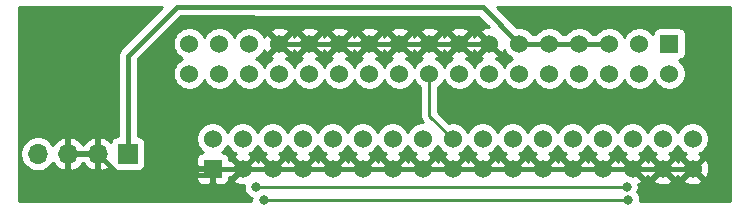
<source format=gbr>
G04 #@! TF.GenerationSoftware,KiCad,Pcbnew,(5.1.5-0-10_14)*
G04 #@! TF.CreationDate,2020-03-21T13:08:25+11:00*
G04 #@! TF.ProjectId,Internal Gotek Adpater,496e7465-726e-4616-9c20-476f74656b20,rev?*
G04 #@! TF.SameCoordinates,Original*
G04 #@! TF.FileFunction,Copper,L1,Top*
G04 #@! TF.FilePolarity,Positive*
%FSLAX46Y46*%
G04 Gerber Fmt 4.6, Leading zero omitted, Abs format (unit mm)*
G04 Created by KiCad (PCBNEW (5.1.5-0-10_14)) date 2020-03-21 13:08:25*
%MOMM*%
%LPD*%
G04 APERTURE LIST*
%ADD10C,1.524000*%
%ADD11R,1.524000X1.524000*%
%ADD12O,1.700000X1.700000*%
%ADD13R,1.700000X1.700000*%
%ADD14C,0.800000*%
%ADD15C,0.250000*%
%ADD16C,0.400000*%
%ADD17C,0.254000*%
G04 APERTURE END LIST*
D10*
X30289500Y-26606500D03*
X30289500Y-24066500D03*
X32829500Y-26606500D03*
X32829500Y-24066500D03*
X35369500Y-26606500D03*
X35369500Y-24066500D03*
X37909500Y-26606500D03*
X37909500Y-24066500D03*
X42989500Y-26606500D03*
X42989500Y-24066500D03*
X45529500Y-26606500D03*
X45529500Y-24066500D03*
D11*
X70929500Y-24066500D03*
D10*
X68389500Y-24066500D03*
X65849500Y-24066500D03*
X63309500Y-24066500D03*
X60769500Y-24066500D03*
X58229500Y-24066500D03*
X55689500Y-24066500D03*
X53149500Y-24066500D03*
X50609500Y-24066500D03*
X48069500Y-24066500D03*
X48069500Y-26606500D03*
X50609500Y-26606500D03*
X53149500Y-26606500D03*
X55689500Y-26606500D03*
X58229500Y-26606500D03*
X60769500Y-26606500D03*
X63309500Y-26606500D03*
X65849500Y-26606500D03*
X68389500Y-26606500D03*
X70929500Y-26606500D03*
X40449500Y-24066500D03*
X40449500Y-26606500D03*
X42418000Y-32131000D03*
X42418000Y-34671000D03*
X72898000Y-32131000D03*
X70358000Y-32131000D03*
X67818000Y-32131000D03*
X65278000Y-32131000D03*
X62738000Y-32131000D03*
X60198000Y-32131000D03*
X57658000Y-32131000D03*
X55118000Y-32131000D03*
X52578000Y-32131000D03*
X50038000Y-32131000D03*
X50038000Y-34671000D03*
X52578000Y-34671000D03*
X55118000Y-34671000D03*
X57658000Y-34671000D03*
X60198000Y-34671000D03*
X62738000Y-34671000D03*
X65278000Y-34671000D03*
X67818000Y-34671000D03*
X70358000Y-34671000D03*
X72898000Y-34671000D03*
X47498000Y-34671000D03*
X47498000Y-32131000D03*
X44958000Y-34671000D03*
X44958000Y-32131000D03*
X39878000Y-34671000D03*
X39878000Y-32131000D03*
X37338000Y-34671000D03*
X37338000Y-32131000D03*
X34798000Y-34671000D03*
X34798000Y-32131000D03*
D11*
X32258000Y-34671000D03*
D10*
X32258000Y-32131000D03*
D12*
X17462500Y-33401000D03*
X20002500Y-33401000D03*
X22542500Y-33401000D03*
D13*
X25082500Y-33401000D03*
D14*
X35941000Y-36195000D03*
X67310000Y-36195000D03*
X36576000Y-37338000D03*
X67437000Y-37338000D03*
D15*
X35941000Y-36195000D02*
X67310000Y-36195000D01*
D16*
X20002500Y-33401000D02*
X22542500Y-33401000D01*
X32258000Y-34671000D02*
X72898000Y-34671000D01*
X31750000Y-35179000D02*
X32258000Y-34671000D01*
X24320500Y-35179000D02*
X31750000Y-35179000D01*
X22542500Y-33401000D02*
X24320500Y-35179000D01*
X55689500Y-24066500D02*
X37909500Y-24066500D01*
X29845000Y-34671000D02*
X32258000Y-34671000D01*
X37909500Y-24066500D02*
X35687000Y-21844000D01*
X26035000Y-30861000D02*
X29845000Y-34671000D01*
X26035000Y-25400000D02*
X26035000Y-30861000D01*
X35687000Y-21844000D02*
X29591000Y-21844000D01*
X29591000Y-21844000D02*
X26035000Y-25400000D01*
X65849500Y-24066500D02*
X58229500Y-24066500D01*
X25082500Y-25082500D02*
X25082500Y-33401000D01*
X29210000Y-20955000D02*
X25082500Y-25082500D01*
X55118000Y-20955000D02*
X29210000Y-20955000D01*
X58229500Y-24066500D02*
X55118000Y-20955000D01*
D15*
X50609500Y-30162500D02*
X52578000Y-32131000D01*
X50609500Y-26606500D02*
X50609500Y-30162500D01*
X36576000Y-37338000D02*
X67437000Y-37338000D01*
D17*
G36*
X24521079Y-24463054D02*
G01*
X24489209Y-24489209D01*
X24384865Y-24616354D01*
X24384864Y-24616355D01*
X24307328Y-24761414D01*
X24259582Y-24918812D01*
X24243460Y-25082500D01*
X24247500Y-25123519D01*
X24247501Y-31912928D01*
X24232500Y-31912928D01*
X24108018Y-31925188D01*
X23988320Y-31961498D01*
X23878006Y-32020463D01*
X23781315Y-32099815D01*
X23701963Y-32196506D01*
X23642998Y-32306820D01*
X23618534Y-32387466D01*
X23542769Y-32303412D01*
X23309420Y-32129359D01*
X23046599Y-32004175D01*
X22899390Y-31959524D01*
X22669500Y-32080845D01*
X22669500Y-33274000D01*
X22689500Y-33274000D01*
X22689500Y-33528000D01*
X22669500Y-33528000D01*
X22669500Y-34721155D01*
X22899390Y-34842476D01*
X23046599Y-34797825D01*
X23309420Y-34672641D01*
X23542769Y-34498588D01*
X23618534Y-34414534D01*
X23642998Y-34495180D01*
X23701963Y-34605494D01*
X23781315Y-34702185D01*
X23878006Y-34781537D01*
X23988320Y-34840502D01*
X24108018Y-34876812D01*
X24232500Y-34889072D01*
X25932500Y-34889072D01*
X26056982Y-34876812D01*
X26176680Y-34840502D01*
X26286994Y-34781537D01*
X26383685Y-34702185D01*
X26463037Y-34605494D01*
X26522002Y-34495180D01*
X26558312Y-34375482D01*
X26570572Y-34251000D01*
X26570572Y-32551000D01*
X26558312Y-32426518D01*
X26522002Y-32306820D01*
X26463037Y-32196506D01*
X26383685Y-32099815D01*
X26286994Y-32020463D01*
X26176680Y-31961498D01*
X26056982Y-31925188D01*
X25932500Y-31912928D01*
X25917500Y-31912928D01*
X25917500Y-25428367D01*
X29555868Y-21790000D01*
X54772133Y-21790000D01*
X55648161Y-22666028D01*
X55617483Y-22664590D01*
X55345367Y-22705578D01*
X55086477Y-22798864D01*
X54970520Y-22860844D01*
X54903540Y-23100935D01*
X55689500Y-23886895D01*
X55703643Y-23872753D01*
X55883248Y-24052358D01*
X55869105Y-24066500D01*
X56655065Y-24852460D01*
X56895156Y-24785480D01*
X56958985Y-24649740D01*
X56991495Y-24728227D01*
X57144380Y-24957035D01*
X57338965Y-25151620D01*
X57567773Y-25304505D01*
X57645015Y-25336500D01*
X57567773Y-25368495D01*
X57338965Y-25521380D01*
X57144380Y-25715965D01*
X56991495Y-25944773D01*
X56959500Y-26022015D01*
X56927505Y-25944773D01*
X56774620Y-25715965D01*
X56580035Y-25521380D01*
X56351227Y-25368495D01*
X56279557Y-25338808D01*
X56292523Y-25334136D01*
X56408480Y-25272156D01*
X56475460Y-25032065D01*
X55689500Y-24246105D01*
X54903540Y-25032065D01*
X54970520Y-25272156D01*
X55106260Y-25335985D01*
X55027773Y-25368495D01*
X54798965Y-25521380D01*
X54604380Y-25715965D01*
X54451495Y-25944773D01*
X54419500Y-26022015D01*
X54387505Y-25944773D01*
X54234620Y-25715965D01*
X54040035Y-25521380D01*
X53811227Y-25368495D01*
X53739557Y-25338808D01*
X53752523Y-25334136D01*
X53868480Y-25272156D01*
X53935460Y-25032065D01*
X53149500Y-24246105D01*
X52363540Y-25032065D01*
X52430520Y-25272156D01*
X52566260Y-25335985D01*
X52487773Y-25368495D01*
X52258965Y-25521380D01*
X52064380Y-25715965D01*
X51911495Y-25944773D01*
X51879500Y-26022015D01*
X51847505Y-25944773D01*
X51694620Y-25715965D01*
X51500035Y-25521380D01*
X51271227Y-25368495D01*
X51199557Y-25338808D01*
X51212523Y-25334136D01*
X51328480Y-25272156D01*
X51395460Y-25032065D01*
X50609500Y-24246105D01*
X49823540Y-25032065D01*
X49890520Y-25272156D01*
X50026260Y-25335985D01*
X49947773Y-25368495D01*
X49718965Y-25521380D01*
X49524380Y-25715965D01*
X49371495Y-25944773D01*
X49339500Y-26022015D01*
X49307505Y-25944773D01*
X49154620Y-25715965D01*
X48960035Y-25521380D01*
X48731227Y-25368495D01*
X48659557Y-25338808D01*
X48672523Y-25334136D01*
X48788480Y-25272156D01*
X48855460Y-25032065D01*
X48069500Y-24246105D01*
X47283540Y-25032065D01*
X47350520Y-25272156D01*
X47486260Y-25335985D01*
X47407773Y-25368495D01*
X47178965Y-25521380D01*
X46984380Y-25715965D01*
X46831495Y-25944773D01*
X46799500Y-26022015D01*
X46767505Y-25944773D01*
X46614620Y-25715965D01*
X46420035Y-25521380D01*
X46191227Y-25368495D01*
X46119557Y-25338808D01*
X46132523Y-25334136D01*
X46248480Y-25272156D01*
X46315460Y-25032065D01*
X45529500Y-24246105D01*
X44743540Y-25032065D01*
X44810520Y-25272156D01*
X44946260Y-25335985D01*
X44867773Y-25368495D01*
X44638965Y-25521380D01*
X44444380Y-25715965D01*
X44291495Y-25944773D01*
X44259500Y-26022015D01*
X44227505Y-25944773D01*
X44074620Y-25715965D01*
X43880035Y-25521380D01*
X43651227Y-25368495D01*
X43579557Y-25338808D01*
X43592523Y-25334136D01*
X43708480Y-25272156D01*
X43775460Y-25032065D01*
X42989500Y-24246105D01*
X42203540Y-25032065D01*
X42270520Y-25272156D01*
X42406260Y-25335985D01*
X42327773Y-25368495D01*
X42098965Y-25521380D01*
X41904380Y-25715965D01*
X41751495Y-25944773D01*
X41719500Y-26022015D01*
X41687505Y-25944773D01*
X41534620Y-25715965D01*
X41340035Y-25521380D01*
X41111227Y-25368495D01*
X41039557Y-25338808D01*
X41052523Y-25334136D01*
X41168480Y-25272156D01*
X41235460Y-25032065D01*
X40449500Y-24246105D01*
X39663540Y-25032065D01*
X39730520Y-25272156D01*
X39866260Y-25335985D01*
X39787773Y-25368495D01*
X39558965Y-25521380D01*
X39364380Y-25715965D01*
X39211495Y-25944773D01*
X39179500Y-26022015D01*
X39147505Y-25944773D01*
X38994620Y-25715965D01*
X38800035Y-25521380D01*
X38571227Y-25368495D01*
X38499557Y-25338808D01*
X38512523Y-25334136D01*
X38628480Y-25272156D01*
X38695460Y-25032065D01*
X37909500Y-24246105D01*
X37123540Y-25032065D01*
X37190520Y-25272156D01*
X37326260Y-25335985D01*
X37247773Y-25368495D01*
X37018965Y-25521380D01*
X36824380Y-25715965D01*
X36671495Y-25944773D01*
X36639500Y-26022015D01*
X36607505Y-25944773D01*
X36454620Y-25715965D01*
X36260035Y-25521380D01*
X36031227Y-25368495D01*
X35953985Y-25336500D01*
X36031227Y-25304505D01*
X36260035Y-25151620D01*
X36454620Y-24957035D01*
X36607505Y-24728227D01*
X36637192Y-24656557D01*
X36641864Y-24669523D01*
X36703844Y-24785480D01*
X36943935Y-24852460D01*
X37729895Y-24066500D01*
X38089105Y-24066500D01*
X38875065Y-24852460D01*
X39115156Y-24785480D01*
X39176579Y-24654856D01*
X39181864Y-24669523D01*
X39243844Y-24785480D01*
X39483935Y-24852460D01*
X40269895Y-24066500D01*
X40629105Y-24066500D01*
X41415065Y-24852460D01*
X41655156Y-24785480D01*
X41716579Y-24654856D01*
X41721864Y-24669523D01*
X41783844Y-24785480D01*
X42023935Y-24852460D01*
X42809895Y-24066500D01*
X43169105Y-24066500D01*
X43955065Y-24852460D01*
X44195156Y-24785480D01*
X44256579Y-24654856D01*
X44261864Y-24669523D01*
X44323844Y-24785480D01*
X44563935Y-24852460D01*
X45349895Y-24066500D01*
X45709105Y-24066500D01*
X46495065Y-24852460D01*
X46735156Y-24785480D01*
X46796579Y-24654856D01*
X46801864Y-24669523D01*
X46863844Y-24785480D01*
X47103935Y-24852460D01*
X47889895Y-24066500D01*
X48249105Y-24066500D01*
X49035065Y-24852460D01*
X49275156Y-24785480D01*
X49336579Y-24654856D01*
X49341864Y-24669523D01*
X49403844Y-24785480D01*
X49643935Y-24852460D01*
X50429895Y-24066500D01*
X50789105Y-24066500D01*
X51575065Y-24852460D01*
X51815156Y-24785480D01*
X51876579Y-24654856D01*
X51881864Y-24669523D01*
X51943844Y-24785480D01*
X52183935Y-24852460D01*
X52969895Y-24066500D01*
X53329105Y-24066500D01*
X54115065Y-24852460D01*
X54355156Y-24785480D01*
X54416579Y-24654856D01*
X54421864Y-24669523D01*
X54483844Y-24785480D01*
X54723935Y-24852460D01*
X55509895Y-24066500D01*
X54723935Y-23280540D01*
X54483844Y-23347520D01*
X54422421Y-23478144D01*
X54417136Y-23463477D01*
X54355156Y-23347520D01*
X54115065Y-23280540D01*
X53329105Y-24066500D01*
X52969895Y-24066500D01*
X52183935Y-23280540D01*
X51943844Y-23347520D01*
X51882421Y-23478144D01*
X51877136Y-23463477D01*
X51815156Y-23347520D01*
X51575065Y-23280540D01*
X50789105Y-24066500D01*
X50429895Y-24066500D01*
X49643935Y-23280540D01*
X49403844Y-23347520D01*
X49342421Y-23478144D01*
X49337136Y-23463477D01*
X49275156Y-23347520D01*
X49035065Y-23280540D01*
X48249105Y-24066500D01*
X47889895Y-24066500D01*
X47103935Y-23280540D01*
X46863844Y-23347520D01*
X46802421Y-23478144D01*
X46797136Y-23463477D01*
X46735156Y-23347520D01*
X46495065Y-23280540D01*
X45709105Y-24066500D01*
X45349895Y-24066500D01*
X44563935Y-23280540D01*
X44323844Y-23347520D01*
X44262421Y-23478144D01*
X44257136Y-23463477D01*
X44195156Y-23347520D01*
X43955065Y-23280540D01*
X43169105Y-24066500D01*
X42809895Y-24066500D01*
X42023935Y-23280540D01*
X41783844Y-23347520D01*
X41722421Y-23478144D01*
X41717136Y-23463477D01*
X41655156Y-23347520D01*
X41415065Y-23280540D01*
X40629105Y-24066500D01*
X40269895Y-24066500D01*
X39483935Y-23280540D01*
X39243844Y-23347520D01*
X39182421Y-23478144D01*
X39177136Y-23463477D01*
X39115156Y-23347520D01*
X38875065Y-23280540D01*
X38089105Y-24066500D01*
X37729895Y-24066500D01*
X36943935Y-23280540D01*
X36703844Y-23347520D01*
X36640015Y-23483260D01*
X36607505Y-23404773D01*
X36454620Y-23175965D01*
X36379590Y-23100935D01*
X37123540Y-23100935D01*
X37909500Y-23886895D01*
X38695460Y-23100935D01*
X39663540Y-23100935D01*
X40449500Y-23886895D01*
X41235460Y-23100935D01*
X42203540Y-23100935D01*
X42989500Y-23886895D01*
X43775460Y-23100935D01*
X44743540Y-23100935D01*
X45529500Y-23886895D01*
X46315460Y-23100935D01*
X47283540Y-23100935D01*
X48069500Y-23886895D01*
X48855460Y-23100935D01*
X49823540Y-23100935D01*
X50609500Y-23886895D01*
X51395460Y-23100935D01*
X52363540Y-23100935D01*
X53149500Y-23886895D01*
X53935460Y-23100935D01*
X53868480Y-22860844D01*
X53619452Y-22743744D01*
X53352365Y-22677477D01*
X53077483Y-22664590D01*
X52805367Y-22705578D01*
X52546477Y-22798864D01*
X52430520Y-22860844D01*
X52363540Y-23100935D01*
X51395460Y-23100935D01*
X51328480Y-22860844D01*
X51079452Y-22743744D01*
X50812365Y-22677477D01*
X50537483Y-22664590D01*
X50265367Y-22705578D01*
X50006477Y-22798864D01*
X49890520Y-22860844D01*
X49823540Y-23100935D01*
X48855460Y-23100935D01*
X48788480Y-22860844D01*
X48539452Y-22743744D01*
X48272365Y-22677477D01*
X47997483Y-22664590D01*
X47725367Y-22705578D01*
X47466477Y-22798864D01*
X47350520Y-22860844D01*
X47283540Y-23100935D01*
X46315460Y-23100935D01*
X46248480Y-22860844D01*
X45999452Y-22743744D01*
X45732365Y-22677477D01*
X45457483Y-22664590D01*
X45185367Y-22705578D01*
X44926477Y-22798864D01*
X44810520Y-22860844D01*
X44743540Y-23100935D01*
X43775460Y-23100935D01*
X43708480Y-22860844D01*
X43459452Y-22743744D01*
X43192365Y-22677477D01*
X42917483Y-22664590D01*
X42645367Y-22705578D01*
X42386477Y-22798864D01*
X42270520Y-22860844D01*
X42203540Y-23100935D01*
X41235460Y-23100935D01*
X41168480Y-22860844D01*
X40919452Y-22743744D01*
X40652365Y-22677477D01*
X40377483Y-22664590D01*
X40105367Y-22705578D01*
X39846477Y-22798864D01*
X39730520Y-22860844D01*
X39663540Y-23100935D01*
X38695460Y-23100935D01*
X38628480Y-22860844D01*
X38379452Y-22743744D01*
X38112365Y-22677477D01*
X37837483Y-22664590D01*
X37565367Y-22705578D01*
X37306477Y-22798864D01*
X37190520Y-22860844D01*
X37123540Y-23100935D01*
X36379590Y-23100935D01*
X36260035Y-22981380D01*
X36031227Y-22828495D01*
X35776990Y-22723186D01*
X35507092Y-22669500D01*
X35231908Y-22669500D01*
X34962010Y-22723186D01*
X34707773Y-22828495D01*
X34478965Y-22981380D01*
X34284380Y-23175965D01*
X34131495Y-23404773D01*
X34099500Y-23482015D01*
X34067505Y-23404773D01*
X33914620Y-23175965D01*
X33720035Y-22981380D01*
X33491227Y-22828495D01*
X33236990Y-22723186D01*
X32967092Y-22669500D01*
X32691908Y-22669500D01*
X32422010Y-22723186D01*
X32167773Y-22828495D01*
X31938965Y-22981380D01*
X31744380Y-23175965D01*
X31591495Y-23404773D01*
X31559500Y-23482015D01*
X31527505Y-23404773D01*
X31374620Y-23175965D01*
X31180035Y-22981380D01*
X30951227Y-22828495D01*
X30696990Y-22723186D01*
X30427092Y-22669500D01*
X30151908Y-22669500D01*
X29882010Y-22723186D01*
X29627773Y-22828495D01*
X29398965Y-22981380D01*
X29204380Y-23175965D01*
X29051495Y-23404773D01*
X28946186Y-23659010D01*
X28892500Y-23928908D01*
X28892500Y-24204092D01*
X28946186Y-24473990D01*
X29051495Y-24728227D01*
X29204380Y-24957035D01*
X29398965Y-25151620D01*
X29627773Y-25304505D01*
X29705015Y-25336500D01*
X29627773Y-25368495D01*
X29398965Y-25521380D01*
X29204380Y-25715965D01*
X29051495Y-25944773D01*
X28946186Y-26199010D01*
X28892500Y-26468908D01*
X28892500Y-26744092D01*
X28946186Y-27013990D01*
X29051495Y-27268227D01*
X29204380Y-27497035D01*
X29398965Y-27691620D01*
X29627773Y-27844505D01*
X29882010Y-27949814D01*
X30151908Y-28003500D01*
X30427092Y-28003500D01*
X30696990Y-27949814D01*
X30951227Y-27844505D01*
X31180035Y-27691620D01*
X31374620Y-27497035D01*
X31527505Y-27268227D01*
X31559500Y-27190985D01*
X31591495Y-27268227D01*
X31744380Y-27497035D01*
X31938965Y-27691620D01*
X32167773Y-27844505D01*
X32422010Y-27949814D01*
X32691908Y-28003500D01*
X32967092Y-28003500D01*
X33236990Y-27949814D01*
X33491227Y-27844505D01*
X33720035Y-27691620D01*
X33914620Y-27497035D01*
X34067505Y-27268227D01*
X34099500Y-27190985D01*
X34131495Y-27268227D01*
X34284380Y-27497035D01*
X34478965Y-27691620D01*
X34707773Y-27844505D01*
X34962010Y-27949814D01*
X35231908Y-28003500D01*
X35507092Y-28003500D01*
X35776990Y-27949814D01*
X36031227Y-27844505D01*
X36260035Y-27691620D01*
X36454620Y-27497035D01*
X36607505Y-27268227D01*
X36639500Y-27190985D01*
X36671495Y-27268227D01*
X36824380Y-27497035D01*
X37018965Y-27691620D01*
X37247773Y-27844505D01*
X37502010Y-27949814D01*
X37771908Y-28003500D01*
X38047092Y-28003500D01*
X38316990Y-27949814D01*
X38571227Y-27844505D01*
X38800035Y-27691620D01*
X38994620Y-27497035D01*
X39147505Y-27268227D01*
X39179500Y-27190985D01*
X39211495Y-27268227D01*
X39364380Y-27497035D01*
X39558965Y-27691620D01*
X39787773Y-27844505D01*
X40042010Y-27949814D01*
X40311908Y-28003500D01*
X40587092Y-28003500D01*
X40856990Y-27949814D01*
X41111227Y-27844505D01*
X41340035Y-27691620D01*
X41534620Y-27497035D01*
X41687505Y-27268227D01*
X41719500Y-27190985D01*
X41751495Y-27268227D01*
X41904380Y-27497035D01*
X42098965Y-27691620D01*
X42327773Y-27844505D01*
X42582010Y-27949814D01*
X42851908Y-28003500D01*
X43127092Y-28003500D01*
X43396990Y-27949814D01*
X43651227Y-27844505D01*
X43880035Y-27691620D01*
X44074620Y-27497035D01*
X44227505Y-27268227D01*
X44259500Y-27190985D01*
X44291495Y-27268227D01*
X44444380Y-27497035D01*
X44638965Y-27691620D01*
X44867773Y-27844505D01*
X45122010Y-27949814D01*
X45391908Y-28003500D01*
X45667092Y-28003500D01*
X45936990Y-27949814D01*
X46191227Y-27844505D01*
X46420035Y-27691620D01*
X46614620Y-27497035D01*
X46767505Y-27268227D01*
X46799500Y-27190985D01*
X46831495Y-27268227D01*
X46984380Y-27497035D01*
X47178965Y-27691620D01*
X47407773Y-27844505D01*
X47662010Y-27949814D01*
X47931908Y-28003500D01*
X48207092Y-28003500D01*
X48476990Y-27949814D01*
X48731227Y-27844505D01*
X48960035Y-27691620D01*
X49154620Y-27497035D01*
X49307505Y-27268227D01*
X49339500Y-27190985D01*
X49371495Y-27268227D01*
X49524380Y-27497035D01*
X49718965Y-27691620D01*
X49849500Y-27778841D01*
X49849501Y-30125168D01*
X49845824Y-30162500D01*
X49860498Y-30311485D01*
X49903954Y-30454746D01*
X49974526Y-30586776D01*
X50045701Y-30673502D01*
X50069500Y-30702501D01*
X50098498Y-30726299D01*
X50106199Y-30734000D01*
X49900408Y-30734000D01*
X49630510Y-30787686D01*
X49376273Y-30892995D01*
X49147465Y-31045880D01*
X48952880Y-31240465D01*
X48799995Y-31469273D01*
X48768000Y-31546515D01*
X48736005Y-31469273D01*
X48583120Y-31240465D01*
X48388535Y-31045880D01*
X48159727Y-30892995D01*
X47905490Y-30787686D01*
X47635592Y-30734000D01*
X47360408Y-30734000D01*
X47090510Y-30787686D01*
X46836273Y-30892995D01*
X46607465Y-31045880D01*
X46412880Y-31240465D01*
X46259995Y-31469273D01*
X46228000Y-31546515D01*
X46196005Y-31469273D01*
X46043120Y-31240465D01*
X45848535Y-31045880D01*
X45619727Y-30892995D01*
X45365490Y-30787686D01*
X45095592Y-30734000D01*
X44820408Y-30734000D01*
X44550510Y-30787686D01*
X44296273Y-30892995D01*
X44067465Y-31045880D01*
X43872880Y-31240465D01*
X43719995Y-31469273D01*
X43688000Y-31546515D01*
X43656005Y-31469273D01*
X43503120Y-31240465D01*
X43308535Y-31045880D01*
X43079727Y-30892995D01*
X42825490Y-30787686D01*
X42555592Y-30734000D01*
X42280408Y-30734000D01*
X42010510Y-30787686D01*
X41756273Y-30892995D01*
X41527465Y-31045880D01*
X41332880Y-31240465D01*
X41179995Y-31469273D01*
X41148000Y-31546515D01*
X41116005Y-31469273D01*
X40963120Y-31240465D01*
X40768535Y-31045880D01*
X40539727Y-30892995D01*
X40285490Y-30787686D01*
X40015592Y-30734000D01*
X39740408Y-30734000D01*
X39470510Y-30787686D01*
X39216273Y-30892995D01*
X38987465Y-31045880D01*
X38792880Y-31240465D01*
X38639995Y-31469273D01*
X38608000Y-31546515D01*
X38576005Y-31469273D01*
X38423120Y-31240465D01*
X38228535Y-31045880D01*
X37999727Y-30892995D01*
X37745490Y-30787686D01*
X37475592Y-30734000D01*
X37200408Y-30734000D01*
X36930510Y-30787686D01*
X36676273Y-30892995D01*
X36447465Y-31045880D01*
X36252880Y-31240465D01*
X36099995Y-31469273D01*
X36068000Y-31546515D01*
X36036005Y-31469273D01*
X35883120Y-31240465D01*
X35688535Y-31045880D01*
X35459727Y-30892995D01*
X35205490Y-30787686D01*
X34935592Y-30734000D01*
X34660408Y-30734000D01*
X34390510Y-30787686D01*
X34136273Y-30892995D01*
X33907465Y-31045880D01*
X33712880Y-31240465D01*
X33559995Y-31469273D01*
X33528000Y-31546515D01*
X33496005Y-31469273D01*
X33343120Y-31240465D01*
X33148535Y-31045880D01*
X32919727Y-30892995D01*
X32665490Y-30787686D01*
X32395592Y-30734000D01*
X32120408Y-30734000D01*
X31850510Y-30787686D01*
X31596273Y-30892995D01*
X31367465Y-31045880D01*
X31172880Y-31240465D01*
X31019995Y-31469273D01*
X30914686Y-31723510D01*
X30861000Y-31993408D01*
X30861000Y-32268592D01*
X30914686Y-32538490D01*
X31019995Y-32792727D01*
X31172880Y-33021535D01*
X31367465Y-33216120D01*
X31455465Y-33274920D01*
X31371518Y-33283188D01*
X31251820Y-33319498D01*
X31141506Y-33378463D01*
X31044815Y-33457815D01*
X30965463Y-33554506D01*
X30906498Y-33664820D01*
X30870188Y-33784518D01*
X30857928Y-33909000D01*
X30861000Y-34385250D01*
X31019750Y-34544000D01*
X32131000Y-34544000D01*
X32131000Y-34524000D01*
X32385000Y-34524000D01*
X32385000Y-34544000D01*
X32405000Y-34544000D01*
X32405000Y-34798000D01*
X32385000Y-34798000D01*
X32385000Y-35909250D01*
X32543750Y-36068000D01*
X33020000Y-36071072D01*
X33144482Y-36058812D01*
X33264180Y-36022502D01*
X33374494Y-35963537D01*
X33471185Y-35884185D01*
X33550537Y-35787494D01*
X33609502Y-35677180D01*
X33645812Y-35557482D01*
X33658072Y-35433000D01*
X33657912Y-35408272D01*
X33832435Y-35456960D01*
X34618395Y-34671000D01*
X33832435Y-33885040D01*
X33657912Y-33933728D01*
X33658072Y-33909000D01*
X33645812Y-33784518D01*
X33609502Y-33664820D01*
X33550537Y-33554506D01*
X33471185Y-33457815D01*
X33374494Y-33378463D01*
X33264180Y-33319498D01*
X33144482Y-33283188D01*
X33060535Y-33274920D01*
X33148535Y-33216120D01*
X33343120Y-33021535D01*
X33496005Y-32792727D01*
X33528000Y-32715485D01*
X33559995Y-32792727D01*
X33712880Y-33021535D01*
X33907465Y-33216120D01*
X34136273Y-33369005D01*
X34207943Y-33398692D01*
X34194977Y-33403364D01*
X34079020Y-33465344D01*
X34012040Y-33705435D01*
X34798000Y-34491395D01*
X35583960Y-33705435D01*
X35516980Y-33465344D01*
X35381240Y-33401515D01*
X35459727Y-33369005D01*
X35688535Y-33216120D01*
X35883120Y-33021535D01*
X36036005Y-32792727D01*
X36068000Y-32715485D01*
X36099995Y-32792727D01*
X36252880Y-33021535D01*
X36447465Y-33216120D01*
X36676273Y-33369005D01*
X36747943Y-33398692D01*
X36734977Y-33403364D01*
X36619020Y-33465344D01*
X36552040Y-33705435D01*
X37338000Y-34491395D01*
X38123960Y-33705435D01*
X38056980Y-33465344D01*
X37921240Y-33401515D01*
X37999727Y-33369005D01*
X38228535Y-33216120D01*
X38423120Y-33021535D01*
X38576005Y-32792727D01*
X38608000Y-32715485D01*
X38639995Y-32792727D01*
X38792880Y-33021535D01*
X38987465Y-33216120D01*
X39216273Y-33369005D01*
X39287943Y-33398692D01*
X39274977Y-33403364D01*
X39159020Y-33465344D01*
X39092040Y-33705435D01*
X39878000Y-34491395D01*
X40663960Y-33705435D01*
X40596980Y-33465344D01*
X40461240Y-33401515D01*
X40539727Y-33369005D01*
X40768535Y-33216120D01*
X40963120Y-33021535D01*
X41116005Y-32792727D01*
X41148000Y-32715485D01*
X41179995Y-32792727D01*
X41332880Y-33021535D01*
X41527465Y-33216120D01*
X41756273Y-33369005D01*
X41827943Y-33398692D01*
X41814977Y-33403364D01*
X41699020Y-33465344D01*
X41632040Y-33705435D01*
X42418000Y-34491395D01*
X43203960Y-33705435D01*
X43136980Y-33465344D01*
X43001240Y-33401515D01*
X43079727Y-33369005D01*
X43308535Y-33216120D01*
X43503120Y-33021535D01*
X43656005Y-32792727D01*
X43688000Y-32715485D01*
X43719995Y-32792727D01*
X43872880Y-33021535D01*
X44067465Y-33216120D01*
X44296273Y-33369005D01*
X44367943Y-33398692D01*
X44354977Y-33403364D01*
X44239020Y-33465344D01*
X44172040Y-33705435D01*
X44958000Y-34491395D01*
X45743960Y-33705435D01*
X45676980Y-33465344D01*
X45541240Y-33401515D01*
X45619727Y-33369005D01*
X45848535Y-33216120D01*
X46043120Y-33021535D01*
X46196005Y-32792727D01*
X46228000Y-32715485D01*
X46259995Y-32792727D01*
X46412880Y-33021535D01*
X46607465Y-33216120D01*
X46836273Y-33369005D01*
X46907943Y-33398692D01*
X46894977Y-33403364D01*
X46779020Y-33465344D01*
X46712040Y-33705435D01*
X47498000Y-34491395D01*
X48283960Y-33705435D01*
X48216980Y-33465344D01*
X48081240Y-33401515D01*
X48159727Y-33369005D01*
X48388535Y-33216120D01*
X48583120Y-33021535D01*
X48736005Y-32792727D01*
X48768000Y-32715485D01*
X48799995Y-32792727D01*
X48952880Y-33021535D01*
X49147465Y-33216120D01*
X49376273Y-33369005D01*
X49447943Y-33398692D01*
X49434977Y-33403364D01*
X49319020Y-33465344D01*
X49252040Y-33705435D01*
X50038000Y-34491395D01*
X50823960Y-33705435D01*
X50756980Y-33465344D01*
X50621240Y-33401515D01*
X50699727Y-33369005D01*
X50928535Y-33216120D01*
X51123120Y-33021535D01*
X51276005Y-32792727D01*
X51308000Y-32715485D01*
X51339995Y-32792727D01*
X51492880Y-33021535D01*
X51687465Y-33216120D01*
X51916273Y-33369005D01*
X51987943Y-33398692D01*
X51974977Y-33403364D01*
X51859020Y-33465344D01*
X51792040Y-33705435D01*
X52578000Y-34491395D01*
X53363960Y-33705435D01*
X53296980Y-33465344D01*
X53161240Y-33401515D01*
X53239727Y-33369005D01*
X53468535Y-33216120D01*
X53663120Y-33021535D01*
X53816005Y-32792727D01*
X53848000Y-32715485D01*
X53879995Y-32792727D01*
X54032880Y-33021535D01*
X54227465Y-33216120D01*
X54456273Y-33369005D01*
X54527943Y-33398692D01*
X54514977Y-33403364D01*
X54399020Y-33465344D01*
X54332040Y-33705435D01*
X55118000Y-34491395D01*
X55903960Y-33705435D01*
X55836980Y-33465344D01*
X55701240Y-33401515D01*
X55779727Y-33369005D01*
X56008535Y-33216120D01*
X56203120Y-33021535D01*
X56356005Y-32792727D01*
X56388000Y-32715485D01*
X56419995Y-32792727D01*
X56572880Y-33021535D01*
X56767465Y-33216120D01*
X56996273Y-33369005D01*
X57067943Y-33398692D01*
X57054977Y-33403364D01*
X56939020Y-33465344D01*
X56872040Y-33705435D01*
X57658000Y-34491395D01*
X58443960Y-33705435D01*
X58376980Y-33465344D01*
X58241240Y-33401515D01*
X58319727Y-33369005D01*
X58548535Y-33216120D01*
X58743120Y-33021535D01*
X58896005Y-32792727D01*
X58928000Y-32715485D01*
X58959995Y-32792727D01*
X59112880Y-33021535D01*
X59307465Y-33216120D01*
X59536273Y-33369005D01*
X59607943Y-33398692D01*
X59594977Y-33403364D01*
X59479020Y-33465344D01*
X59412040Y-33705435D01*
X60198000Y-34491395D01*
X60983960Y-33705435D01*
X60916980Y-33465344D01*
X60781240Y-33401515D01*
X60859727Y-33369005D01*
X61088535Y-33216120D01*
X61283120Y-33021535D01*
X61436005Y-32792727D01*
X61468000Y-32715485D01*
X61499995Y-32792727D01*
X61652880Y-33021535D01*
X61847465Y-33216120D01*
X62076273Y-33369005D01*
X62147943Y-33398692D01*
X62134977Y-33403364D01*
X62019020Y-33465344D01*
X61952040Y-33705435D01*
X62738000Y-34491395D01*
X63523960Y-33705435D01*
X63456980Y-33465344D01*
X63321240Y-33401515D01*
X63399727Y-33369005D01*
X63628535Y-33216120D01*
X63823120Y-33021535D01*
X63976005Y-32792727D01*
X64008000Y-32715485D01*
X64039995Y-32792727D01*
X64192880Y-33021535D01*
X64387465Y-33216120D01*
X64616273Y-33369005D01*
X64687943Y-33398692D01*
X64674977Y-33403364D01*
X64559020Y-33465344D01*
X64492040Y-33705435D01*
X65278000Y-34491395D01*
X66063960Y-33705435D01*
X65996980Y-33465344D01*
X65861240Y-33401515D01*
X65939727Y-33369005D01*
X66168535Y-33216120D01*
X66363120Y-33021535D01*
X66516005Y-32792727D01*
X66548000Y-32715485D01*
X66579995Y-32792727D01*
X66732880Y-33021535D01*
X66927465Y-33216120D01*
X67156273Y-33369005D01*
X67227943Y-33398692D01*
X67214977Y-33403364D01*
X67099020Y-33465344D01*
X67032040Y-33705435D01*
X67818000Y-34491395D01*
X68603960Y-33705435D01*
X68536980Y-33465344D01*
X68401240Y-33401515D01*
X68479727Y-33369005D01*
X68708535Y-33216120D01*
X68903120Y-33021535D01*
X69056005Y-32792727D01*
X69088000Y-32715485D01*
X69119995Y-32792727D01*
X69272880Y-33021535D01*
X69467465Y-33216120D01*
X69696273Y-33369005D01*
X69767943Y-33398692D01*
X69754977Y-33403364D01*
X69639020Y-33465344D01*
X69572040Y-33705435D01*
X70358000Y-34491395D01*
X71143960Y-33705435D01*
X71076980Y-33465344D01*
X70941240Y-33401515D01*
X71019727Y-33369005D01*
X71248535Y-33216120D01*
X71443120Y-33021535D01*
X71596005Y-32792727D01*
X71628000Y-32715485D01*
X71659995Y-32792727D01*
X71812880Y-33021535D01*
X72007465Y-33216120D01*
X72236273Y-33369005D01*
X72307943Y-33398692D01*
X72294977Y-33403364D01*
X72179020Y-33465344D01*
X72112040Y-33705435D01*
X72898000Y-34491395D01*
X73683960Y-33705435D01*
X73616980Y-33465344D01*
X73481240Y-33401515D01*
X73559727Y-33369005D01*
X73788535Y-33216120D01*
X73983120Y-33021535D01*
X74136005Y-32792727D01*
X74241314Y-32538490D01*
X74295000Y-32268592D01*
X74295000Y-31993408D01*
X74241314Y-31723510D01*
X74136005Y-31469273D01*
X73983120Y-31240465D01*
X73788535Y-31045880D01*
X73559727Y-30892995D01*
X73305490Y-30787686D01*
X73035592Y-30734000D01*
X72760408Y-30734000D01*
X72490510Y-30787686D01*
X72236273Y-30892995D01*
X72007465Y-31045880D01*
X71812880Y-31240465D01*
X71659995Y-31469273D01*
X71628000Y-31546515D01*
X71596005Y-31469273D01*
X71443120Y-31240465D01*
X71248535Y-31045880D01*
X71019727Y-30892995D01*
X70765490Y-30787686D01*
X70495592Y-30734000D01*
X70220408Y-30734000D01*
X69950510Y-30787686D01*
X69696273Y-30892995D01*
X69467465Y-31045880D01*
X69272880Y-31240465D01*
X69119995Y-31469273D01*
X69088000Y-31546515D01*
X69056005Y-31469273D01*
X68903120Y-31240465D01*
X68708535Y-31045880D01*
X68479727Y-30892995D01*
X68225490Y-30787686D01*
X67955592Y-30734000D01*
X67680408Y-30734000D01*
X67410510Y-30787686D01*
X67156273Y-30892995D01*
X66927465Y-31045880D01*
X66732880Y-31240465D01*
X66579995Y-31469273D01*
X66548000Y-31546515D01*
X66516005Y-31469273D01*
X66363120Y-31240465D01*
X66168535Y-31045880D01*
X65939727Y-30892995D01*
X65685490Y-30787686D01*
X65415592Y-30734000D01*
X65140408Y-30734000D01*
X64870510Y-30787686D01*
X64616273Y-30892995D01*
X64387465Y-31045880D01*
X64192880Y-31240465D01*
X64039995Y-31469273D01*
X64008000Y-31546515D01*
X63976005Y-31469273D01*
X63823120Y-31240465D01*
X63628535Y-31045880D01*
X63399727Y-30892995D01*
X63145490Y-30787686D01*
X62875592Y-30734000D01*
X62600408Y-30734000D01*
X62330510Y-30787686D01*
X62076273Y-30892995D01*
X61847465Y-31045880D01*
X61652880Y-31240465D01*
X61499995Y-31469273D01*
X61468000Y-31546515D01*
X61436005Y-31469273D01*
X61283120Y-31240465D01*
X61088535Y-31045880D01*
X60859727Y-30892995D01*
X60605490Y-30787686D01*
X60335592Y-30734000D01*
X60060408Y-30734000D01*
X59790510Y-30787686D01*
X59536273Y-30892995D01*
X59307465Y-31045880D01*
X59112880Y-31240465D01*
X58959995Y-31469273D01*
X58928000Y-31546515D01*
X58896005Y-31469273D01*
X58743120Y-31240465D01*
X58548535Y-31045880D01*
X58319727Y-30892995D01*
X58065490Y-30787686D01*
X57795592Y-30734000D01*
X57520408Y-30734000D01*
X57250510Y-30787686D01*
X56996273Y-30892995D01*
X56767465Y-31045880D01*
X56572880Y-31240465D01*
X56419995Y-31469273D01*
X56388000Y-31546515D01*
X56356005Y-31469273D01*
X56203120Y-31240465D01*
X56008535Y-31045880D01*
X55779727Y-30892995D01*
X55525490Y-30787686D01*
X55255592Y-30734000D01*
X54980408Y-30734000D01*
X54710510Y-30787686D01*
X54456273Y-30892995D01*
X54227465Y-31045880D01*
X54032880Y-31240465D01*
X53879995Y-31469273D01*
X53848000Y-31546515D01*
X53816005Y-31469273D01*
X53663120Y-31240465D01*
X53468535Y-31045880D01*
X53239727Y-30892995D01*
X52985490Y-30787686D01*
X52715592Y-30734000D01*
X52440408Y-30734000D01*
X52286430Y-30764628D01*
X51369500Y-29847699D01*
X51369500Y-27778841D01*
X51500035Y-27691620D01*
X51694620Y-27497035D01*
X51847505Y-27268227D01*
X51879500Y-27190985D01*
X51911495Y-27268227D01*
X52064380Y-27497035D01*
X52258965Y-27691620D01*
X52487773Y-27844505D01*
X52742010Y-27949814D01*
X53011908Y-28003500D01*
X53287092Y-28003500D01*
X53556990Y-27949814D01*
X53811227Y-27844505D01*
X54040035Y-27691620D01*
X54234620Y-27497035D01*
X54387505Y-27268227D01*
X54419500Y-27190985D01*
X54451495Y-27268227D01*
X54604380Y-27497035D01*
X54798965Y-27691620D01*
X55027773Y-27844505D01*
X55282010Y-27949814D01*
X55551908Y-28003500D01*
X55827092Y-28003500D01*
X56096990Y-27949814D01*
X56351227Y-27844505D01*
X56580035Y-27691620D01*
X56774620Y-27497035D01*
X56927505Y-27268227D01*
X56959500Y-27190985D01*
X56991495Y-27268227D01*
X57144380Y-27497035D01*
X57338965Y-27691620D01*
X57567773Y-27844505D01*
X57822010Y-27949814D01*
X58091908Y-28003500D01*
X58367092Y-28003500D01*
X58636990Y-27949814D01*
X58891227Y-27844505D01*
X59120035Y-27691620D01*
X59314620Y-27497035D01*
X59467505Y-27268227D01*
X59499500Y-27190985D01*
X59531495Y-27268227D01*
X59684380Y-27497035D01*
X59878965Y-27691620D01*
X60107773Y-27844505D01*
X60362010Y-27949814D01*
X60631908Y-28003500D01*
X60907092Y-28003500D01*
X61176990Y-27949814D01*
X61431227Y-27844505D01*
X61660035Y-27691620D01*
X61854620Y-27497035D01*
X62007505Y-27268227D01*
X62039500Y-27190985D01*
X62071495Y-27268227D01*
X62224380Y-27497035D01*
X62418965Y-27691620D01*
X62647773Y-27844505D01*
X62902010Y-27949814D01*
X63171908Y-28003500D01*
X63447092Y-28003500D01*
X63716990Y-27949814D01*
X63971227Y-27844505D01*
X64200035Y-27691620D01*
X64394620Y-27497035D01*
X64547505Y-27268227D01*
X64579500Y-27190985D01*
X64611495Y-27268227D01*
X64764380Y-27497035D01*
X64958965Y-27691620D01*
X65187773Y-27844505D01*
X65442010Y-27949814D01*
X65711908Y-28003500D01*
X65987092Y-28003500D01*
X66256990Y-27949814D01*
X66511227Y-27844505D01*
X66740035Y-27691620D01*
X66934620Y-27497035D01*
X67087505Y-27268227D01*
X67119500Y-27190985D01*
X67151495Y-27268227D01*
X67304380Y-27497035D01*
X67498965Y-27691620D01*
X67727773Y-27844505D01*
X67982010Y-27949814D01*
X68251908Y-28003500D01*
X68527092Y-28003500D01*
X68796990Y-27949814D01*
X69051227Y-27844505D01*
X69280035Y-27691620D01*
X69474620Y-27497035D01*
X69627505Y-27268227D01*
X69659500Y-27190985D01*
X69691495Y-27268227D01*
X69844380Y-27497035D01*
X70038965Y-27691620D01*
X70267773Y-27844505D01*
X70522010Y-27949814D01*
X70791908Y-28003500D01*
X71067092Y-28003500D01*
X71336990Y-27949814D01*
X71591227Y-27844505D01*
X71820035Y-27691620D01*
X72014620Y-27497035D01*
X72167505Y-27268227D01*
X72272814Y-27013990D01*
X72326500Y-26744092D01*
X72326500Y-26468908D01*
X72272814Y-26199010D01*
X72167505Y-25944773D01*
X72014620Y-25715965D01*
X71820035Y-25521380D01*
X71732035Y-25462580D01*
X71815982Y-25454312D01*
X71935680Y-25418002D01*
X72045994Y-25359037D01*
X72142685Y-25279685D01*
X72222037Y-25182994D01*
X72281002Y-25072680D01*
X72317312Y-24952982D01*
X72329572Y-24828500D01*
X72329572Y-23304500D01*
X72317312Y-23180018D01*
X72281002Y-23060320D01*
X72222037Y-22950006D01*
X72142685Y-22853315D01*
X72045994Y-22773963D01*
X71935680Y-22714998D01*
X71815982Y-22678688D01*
X71691500Y-22666428D01*
X70167500Y-22666428D01*
X70043018Y-22678688D01*
X69923320Y-22714998D01*
X69813006Y-22773963D01*
X69716315Y-22853315D01*
X69636963Y-22950006D01*
X69577998Y-23060320D01*
X69541688Y-23180018D01*
X69533420Y-23263965D01*
X69474620Y-23175965D01*
X69280035Y-22981380D01*
X69051227Y-22828495D01*
X68796990Y-22723186D01*
X68527092Y-22669500D01*
X68251908Y-22669500D01*
X67982010Y-22723186D01*
X67727773Y-22828495D01*
X67498965Y-22981380D01*
X67304380Y-23175965D01*
X67151495Y-23404773D01*
X67119500Y-23482015D01*
X67087505Y-23404773D01*
X66934620Y-23175965D01*
X66740035Y-22981380D01*
X66511227Y-22828495D01*
X66256990Y-22723186D01*
X65987092Y-22669500D01*
X65711908Y-22669500D01*
X65442010Y-22723186D01*
X65187773Y-22828495D01*
X64958965Y-22981380D01*
X64764380Y-23175965D01*
X64727273Y-23231500D01*
X64431727Y-23231500D01*
X64394620Y-23175965D01*
X64200035Y-22981380D01*
X63971227Y-22828495D01*
X63716990Y-22723186D01*
X63447092Y-22669500D01*
X63171908Y-22669500D01*
X62902010Y-22723186D01*
X62647773Y-22828495D01*
X62418965Y-22981380D01*
X62224380Y-23175965D01*
X62187273Y-23231500D01*
X61891727Y-23231500D01*
X61854620Y-23175965D01*
X61660035Y-22981380D01*
X61431227Y-22828495D01*
X61176990Y-22723186D01*
X60907092Y-22669500D01*
X60631908Y-22669500D01*
X60362010Y-22723186D01*
X60107773Y-22828495D01*
X59878965Y-22981380D01*
X59684380Y-23175965D01*
X59647273Y-23231500D01*
X59351727Y-23231500D01*
X59314620Y-23175965D01*
X59120035Y-22981380D01*
X58891227Y-22828495D01*
X58636990Y-22723186D01*
X58367092Y-22669500D01*
X58091908Y-22669500D01*
X58026398Y-22682531D01*
X56323867Y-20980000D01*
X76048000Y-20980000D01*
X76048001Y-37440000D01*
X68471988Y-37440000D01*
X68472000Y-37439939D01*
X68472000Y-37236061D01*
X68432226Y-37036102D01*
X68354205Y-36847744D01*
X68240937Y-36678226D01*
X68233286Y-36670575D01*
X68305226Y-36496898D01*
X68345000Y-36296939D01*
X68345000Y-36093061D01*
X68321422Y-35974525D01*
X68421023Y-35938636D01*
X68536980Y-35876656D01*
X68603960Y-35636565D01*
X69572040Y-35636565D01*
X69639020Y-35876656D01*
X69888048Y-35993756D01*
X70155135Y-36060023D01*
X70430017Y-36072910D01*
X70702133Y-36031922D01*
X70961023Y-35938636D01*
X71076980Y-35876656D01*
X71143960Y-35636565D01*
X72112040Y-35636565D01*
X72179020Y-35876656D01*
X72428048Y-35993756D01*
X72695135Y-36060023D01*
X72970017Y-36072910D01*
X73242133Y-36031922D01*
X73501023Y-35938636D01*
X73616980Y-35876656D01*
X73683960Y-35636565D01*
X72898000Y-34850605D01*
X72112040Y-35636565D01*
X71143960Y-35636565D01*
X70358000Y-34850605D01*
X69572040Y-35636565D01*
X68603960Y-35636565D01*
X67818000Y-34850605D01*
X67803858Y-34864748D01*
X67624253Y-34685143D01*
X67638395Y-34671000D01*
X67997605Y-34671000D01*
X68783565Y-35456960D01*
X69023656Y-35389980D01*
X69085079Y-35259356D01*
X69090364Y-35274023D01*
X69152344Y-35389980D01*
X69392435Y-35456960D01*
X70178395Y-34671000D01*
X70537605Y-34671000D01*
X71323565Y-35456960D01*
X71563656Y-35389980D01*
X71625079Y-35259356D01*
X71630364Y-35274023D01*
X71692344Y-35389980D01*
X71932435Y-35456960D01*
X72718395Y-34671000D01*
X73077605Y-34671000D01*
X73863565Y-35456960D01*
X74103656Y-35389980D01*
X74220756Y-35140952D01*
X74287023Y-34873865D01*
X74299910Y-34598983D01*
X74258922Y-34326867D01*
X74165636Y-34067977D01*
X74103656Y-33952020D01*
X73863565Y-33885040D01*
X73077605Y-34671000D01*
X72718395Y-34671000D01*
X71932435Y-33885040D01*
X71692344Y-33952020D01*
X71630921Y-34082644D01*
X71625636Y-34067977D01*
X71563656Y-33952020D01*
X71323565Y-33885040D01*
X70537605Y-34671000D01*
X70178395Y-34671000D01*
X69392435Y-33885040D01*
X69152344Y-33952020D01*
X69090921Y-34082644D01*
X69085636Y-34067977D01*
X69023656Y-33952020D01*
X68783565Y-33885040D01*
X67997605Y-34671000D01*
X67638395Y-34671000D01*
X66852435Y-33885040D01*
X66612344Y-33952020D01*
X66550921Y-34082644D01*
X66545636Y-34067977D01*
X66483656Y-33952020D01*
X66243565Y-33885040D01*
X65457605Y-34671000D01*
X65471748Y-34685143D01*
X65292143Y-34864748D01*
X65278000Y-34850605D01*
X65263858Y-34864748D01*
X65084253Y-34685143D01*
X65098395Y-34671000D01*
X64312435Y-33885040D01*
X64072344Y-33952020D01*
X64010921Y-34082644D01*
X64005636Y-34067977D01*
X63943656Y-33952020D01*
X63703565Y-33885040D01*
X62917605Y-34671000D01*
X62931748Y-34685143D01*
X62752143Y-34864748D01*
X62738000Y-34850605D01*
X62723858Y-34864748D01*
X62544253Y-34685143D01*
X62558395Y-34671000D01*
X61772435Y-33885040D01*
X61532344Y-33952020D01*
X61470921Y-34082644D01*
X61465636Y-34067977D01*
X61403656Y-33952020D01*
X61163565Y-33885040D01*
X60377605Y-34671000D01*
X60391748Y-34685143D01*
X60212143Y-34864748D01*
X60198000Y-34850605D01*
X60183858Y-34864748D01*
X60004253Y-34685143D01*
X60018395Y-34671000D01*
X59232435Y-33885040D01*
X58992344Y-33952020D01*
X58930921Y-34082644D01*
X58925636Y-34067977D01*
X58863656Y-33952020D01*
X58623565Y-33885040D01*
X57837605Y-34671000D01*
X57851748Y-34685143D01*
X57672143Y-34864748D01*
X57658000Y-34850605D01*
X57643858Y-34864748D01*
X57464253Y-34685143D01*
X57478395Y-34671000D01*
X56692435Y-33885040D01*
X56452344Y-33952020D01*
X56390921Y-34082644D01*
X56385636Y-34067977D01*
X56323656Y-33952020D01*
X56083565Y-33885040D01*
X55297605Y-34671000D01*
X55311748Y-34685143D01*
X55132143Y-34864748D01*
X55118000Y-34850605D01*
X55103858Y-34864748D01*
X54924253Y-34685143D01*
X54938395Y-34671000D01*
X54152435Y-33885040D01*
X53912344Y-33952020D01*
X53850921Y-34082644D01*
X53845636Y-34067977D01*
X53783656Y-33952020D01*
X53543565Y-33885040D01*
X52757605Y-34671000D01*
X52771748Y-34685143D01*
X52592143Y-34864748D01*
X52578000Y-34850605D01*
X52563858Y-34864748D01*
X52384253Y-34685143D01*
X52398395Y-34671000D01*
X51612435Y-33885040D01*
X51372344Y-33952020D01*
X51310921Y-34082644D01*
X51305636Y-34067977D01*
X51243656Y-33952020D01*
X51003565Y-33885040D01*
X50217605Y-34671000D01*
X50231748Y-34685143D01*
X50052143Y-34864748D01*
X50038000Y-34850605D01*
X50023858Y-34864748D01*
X49844253Y-34685143D01*
X49858395Y-34671000D01*
X49072435Y-33885040D01*
X48832344Y-33952020D01*
X48770921Y-34082644D01*
X48765636Y-34067977D01*
X48703656Y-33952020D01*
X48463565Y-33885040D01*
X47677605Y-34671000D01*
X47691748Y-34685143D01*
X47512143Y-34864748D01*
X47498000Y-34850605D01*
X47483858Y-34864748D01*
X47304253Y-34685143D01*
X47318395Y-34671000D01*
X46532435Y-33885040D01*
X46292344Y-33952020D01*
X46230921Y-34082644D01*
X46225636Y-34067977D01*
X46163656Y-33952020D01*
X45923565Y-33885040D01*
X45137605Y-34671000D01*
X45151748Y-34685143D01*
X44972143Y-34864748D01*
X44958000Y-34850605D01*
X44943858Y-34864748D01*
X44764253Y-34685143D01*
X44778395Y-34671000D01*
X43992435Y-33885040D01*
X43752344Y-33952020D01*
X43690921Y-34082644D01*
X43685636Y-34067977D01*
X43623656Y-33952020D01*
X43383565Y-33885040D01*
X42597605Y-34671000D01*
X42611748Y-34685143D01*
X42432143Y-34864748D01*
X42418000Y-34850605D01*
X42403858Y-34864748D01*
X42224253Y-34685143D01*
X42238395Y-34671000D01*
X41452435Y-33885040D01*
X41212344Y-33952020D01*
X41150921Y-34082644D01*
X41145636Y-34067977D01*
X41083656Y-33952020D01*
X40843565Y-33885040D01*
X40057605Y-34671000D01*
X40071748Y-34685143D01*
X39892143Y-34864748D01*
X39878000Y-34850605D01*
X39863858Y-34864748D01*
X39684253Y-34685143D01*
X39698395Y-34671000D01*
X38912435Y-33885040D01*
X38672344Y-33952020D01*
X38610921Y-34082644D01*
X38605636Y-34067977D01*
X38543656Y-33952020D01*
X38303565Y-33885040D01*
X37517605Y-34671000D01*
X37531748Y-34685143D01*
X37352143Y-34864748D01*
X37338000Y-34850605D01*
X37323858Y-34864748D01*
X37144253Y-34685143D01*
X37158395Y-34671000D01*
X36372435Y-33885040D01*
X36132344Y-33952020D01*
X36070921Y-34082644D01*
X36065636Y-34067977D01*
X36003656Y-33952020D01*
X35763565Y-33885040D01*
X34977605Y-34671000D01*
X34991748Y-34685143D01*
X34812143Y-34864748D01*
X34798000Y-34850605D01*
X34012040Y-35636565D01*
X34079020Y-35876656D01*
X34328048Y-35993756D01*
X34595135Y-36060023D01*
X34870017Y-36072910D01*
X34911243Y-36066700D01*
X34906000Y-36093061D01*
X34906000Y-36296939D01*
X34945774Y-36496898D01*
X35023795Y-36685256D01*
X35137063Y-36854774D01*
X35281226Y-36998937D01*
X35450744Y-37112205D01*
X35556891Y-37156173D01*
X35541000Y-37236061D01*
X35541000Y-37439939D01*
X35541012Y-37440000D01*
X15900000Y-37440000D01*
X15900000Y-35433000D01*
X30857928Y-35433000D01*
X30870188Y-35557482D01*
X30906498Y-35677180D01*
X30965463Y-35787494D01*
X31044815Y-35884185D01*
X31141506Y-35963537D01*
X31251820Y-36022502D01*
X31371518Y-36058812D01*
X31496000Y-36071072D01*
X31972250Y-36068000D01*
X32131000Y-35909250D01*
X32131000Y-34798000D01*
X31019750Y-34798000D01*
X30861000Y-34956750D01*
X30857928Y-35433000D01*
X15900000Y-35433000D01*
X15900000Y-33254740D01*
X15977500Y-33254740D01*
X15977500Y-33547260D01*
X16034568Y-33834158D01*
X16146510Y-34104411D01*
X16309025Y-34347632D01*
X16515868Y-34554475D01*
X16759089Y-34716990D01*
X17029342Y-34828932D01*
X17316240Y-34886000D01*
X17608760Y-34886000D01*
X17895658Y-34828932D01*
X18165911Y-34716990D01*
X18409132Y-34554475D01*
X18615975Y-34347632D01*
X18737695Y-34165466D01*
X18807322Y-34282355D01*
X19002231Y-34498588D01*
X19235580Y-34672641D01*
X19498401Y-34797825D01*
X19645610Y-34842476D01*
X19875500Y-34721155D01*
X19875500Y-33528000D01*
X20129500Y-33528000D01*
X20129500Y-34721155D01*
X20359390Y-34842476D01*
X20506599Y-34797825D01*
X20769420Y-34672641D01*
X21002769Y-34498588D01*
X21197678Y-34282355D01*
X21272500Y-34156745D01*
X21347322Y-34282355D01*
X21542231Y-34498588D01*
X21775580Y-34672641D01*
X22038401Y-34797825D01*
X22185610Y-34842476D01*
X22415500Y-34721155D01*
X22415500Y-33528000D01*
X20129500Y-33528000D01*
X19875500Y-33528000D01*
X19855500Y-33528000D01*
X19855500Y-33274000D01*
X19875500Y-33274000D01*
X19875500Y-32080845D01*
X20129500Y-32080845D01*
X20129500Y-33274000D01*
X22415500Y-33274000D01*
X22415500Y-32080845D01*
X22185610Y-31959524D01*
X22038401Y-32004175D01*
X21775580Y-32129359D01*
X21542231Y-32303412D01*
X21347322Y-32519645D01*
X21272500Y-32645255D01*
X21197678Y-32519645D01*
X21002769Y-32303412D01*
X20769420Y-32129359D01*
X20506599Y-32004175D01*
X20359390Y-31959524D01*
X20129500Y-32080845D01*
X19875500Y-32080845D01*
X19645610Y-31959524D01*
X19498401Y-32004175D01*
X19235580Y-32129359D01*
X19002231Y-32303412D01*
X18807322Y-32519645D01*
X18737695Y-32636534D01*
X18615975Y-32454368D01*
X18409132Y-32247525D01*
X18165911Y-32085010D01*
X17895658Y-31973068D01*
X17608760Y-31916000D01*
X17316240Y-31916000D01*
X17029342Y-31973068D01*
X16759089Y-32085010D01*
X16515868Y-32247525D01*
X16309025Y-32454368D01*
X16146510Y-32697589D01*
X16034568Y-32967842D01*
X15977500Y-33254740D01*
X15900000Y-33254740D01*
X15900000Y-20980000D01*
X28004132Y-20980000D01*
X24521079Y-24463054D01*
G37*
X24521079Y-24463054D02*
X24489209Y-24489209D01*
X24384865Y-24616354D01*
X24384864Y-24616355D01*
X24307328Y-24761414D01*
X24259582Y-24918812D01*
X24243460Y-25082500D01*
X24247500Y-25123519D01*
X24247501Y-31912928D01*
X24232500Y-31912928D01*
X24108018Y-31925188D01*
X23988320Y-31961498D01*
X23878006Y-32020463D01*
X23781315Y-32099815D01*
X23701963Y-32196506D01*
X23642998Y-32306820D01*
X23618534Y-32387466D01*
X23542769Y-32303412D01*
X23309420Y-32129359D01*
X23046599Y-32004175D01*
X22899390Y-31959524D01*
X22669500Y-32080845D01*
X22669500Y-33274000D01*
X22689500Y-33274000D01*
X22689500Y-33528000D01*
X22669500Y-33528000D01*
X22669500Y-34721155D01*
X22899390Y-34842476D01*
X23046599Y-34797825D01*
X23309420Y-34672641D01*
X23542769Y-34498588D01*
X23618534Y-34414534D01*
X23642998Y-34495180D01*
X23701963Y-34605494D01*
X23781315Y-34702185D01*
X23878006Y-34781537D01*
X23988320Y-34840502D01*
X24108018Y-34876812D01*
X24232500Y-34889072D01*
X25932500Y-34889072D01*
X26056982Y-34876812D01*
X26176680Y-34840502D01*
X26286994Y-34781537D01*
X26383685Y-34702185D01*
X26463037Y-34605494D01*
X26522002Y-34495180D01*
X26558312Y-34375482D01*
X26570572Y-34251000D01*
X26570572Y-32551000D01*
X26558312Y-32426518D01*
X26522002Y-32306820D01*
X26463037Y-32196506D01*
X26383685Y-32099815D01*
X26286994Y-32020463D01*
X26176680Y-31961498D01*
X26056982Y-31925188D01*
X25932500Y-31912928D01*
X25917500Y-31912928D01*
X25917500Y-25428367D01*
X29555868Y-21790000D01*
X54772133Y-21790000D01*
X55648161Y-22666028D01*
X55617483Y-22664590D01*
X55345367Y-22705578D01*
X55086477Y-22798864D01*
X54970520Y-22860844D01*
X54903540Y-23100935D01*
X55689500Y-23886895D01*
X55703643Y-23872753D01*
X55883248Y-24052358D01*
X55869105Y-24066500D01*
X56655065Y-24852460D01*
X56895156Y-24785480D01*
X56958985Y-24649740D01*
X56991495Y-24728227D01*
X57144380Y-24957035D01*
X57338965Y-25151620D01*
X57567773Y-25304505D01*
X57645015Y-25336500D01*
X57567773Y-25368495D01*
X57338965Y-25521380D01*
X57144380Y-25715965D01*
X56991495Y-25944773D01*
X56959500Y-26022015D01*
X56927505Y-25944773D01*
X56774620Y-25715965D01*
X56580035Y-25521380D01*
X56351227Y-25368495D01*
X56279557Y-25338808D01*
X56292523Y-25334136D01*
X56408480Y-25272156D01*
X56475460Y-25032065D01*
X55689500Y-24246105D01*
X54903540Y-25032065D01*
X54970520Y-25272156D01*
X55106260Y-25335985D01*
X55027773Y-25368495D01*
X54798965Y-25521380D01*
X54604380Y-25715965D01*
X54451495Y-25944773D01*
X54419500Y-26022015D01*
X54387505Y-25944773D01*
X54234620Y-25715965D01*
X54040035Y-25521380D01*
X53811227Y-25368495D01*
X53739557Y-25338808D01*
X53752523Y-25334136D01*
X53868480Y-25272156D01*
X53935460Y-25032065D01*
X53149500Y-24246105D01*
X52363540Y-25032065D01*
X52430520Y-25272156D01*
X52566260Y-25335985D01*
X52487773Y-25368495D01*
X52258965Y-25521380D01*
X52064380Y-25715965D01*
X51911495Y-25944773D01*
X51879500Y-26022015D01*
X51847505Y-25944773D01*
X51694620Y-25715965D01*
X51500035Y-25521380D01*
X51271227Y-25368495D01*
X51199557Y-25338808D01*
X51212523Y-25334136D01*
X51328480Y-25272156D01*
X51395460Y-25032065D01*
X50609500Y-24246105D01*
X49823540Y-25032065D01*
X49890520Y-25272156D01*
X50026260Y-25335985D01*
X49947773Y-25368495D01*
X49718965Y-25521380D01*
X49524380Y-25715965D01*
X49371495Y-25944773D01*
X49339500Y-26022015D01*
X49307505Y-25944773D01*
X49154620Y-25715965D01*
X48960035Y-25521380D01*
X48731227Y-25368495D01*
X48659557Y-25338808D01*
X48672523Y-25334136D01*
X48788480Y-25272156D01*
X48855460Y-25032065D01*
X48069500Y-24246105D01*
X47283540Y-25032065D01*
X47350520Y-25272156D01*
X47486260Y-25335985D01*
X47407773Y-25368495D01*
X47178965Y-25521380D01*
X46984380Y-25715965D01*
X46831495Y-25944773D01*
X46799500Y-26022015D01*
X46767505Y-25944773D01*
X46614620Y-25715965D01*
X46420035Y-25521380D01*
X46191227Y-25368495D01*
X46119557Y-25338808D01*
X46132523Y-25334136D01*
X46248480Y-25272156D01*
X46315460Y-25032065D01*
X45529500Y-24246105D01*
X44743540Y-25032065D01*
X44810520Y-25272156D01*
X44946260Y-25335985D01*
X44867773Y-25368495D01*
X44638965Y-25521380D01*
X44444380Y-25715965D01*
X44291495Y-25944773D01*
X44259500Y-26022015D01*
X44227505Y-25944773D01*
X44074620Y-25715965D01*
X43880035Y-25521380D01*
X43651227Y-25368495D01*
X43579557Y-25338808D01*
X43592523Y-25334136D01*
X43708480Y-25272156D01*
X43775460Y-25032065D01*
X42989500Y-24246105D01*
X42203540Y-25032065D01*
X42270520Y-25272156D01*
X42406260Y-25335985D01*
X42327773Y-25368495D01*
X42098965Y-25521380D01*
X41904380Y-25715965D01*
X41751495Y-25944773D01*
X41719500Y-26022015D01*
X41687505Y-25944773D01*
X41534620Y-25715965D01*
X41340035Y-25521380D01*
X41111227Y-25368495D01*
X41039557Y-25338808D01*
X41052523Y-25334136D01*
X41168480Y-25272156D01*
X41235460Y-25032065D01*
X40449500Y-24246105D01*
X39663540Y-25032065D01*
X39730520Y-25272156D01*
X39866260Y-25335985D01*
X39787773Y-25368495D01*
X39558965Y-25521380D01*
X39364380Y-25715965D01*
X39211495Y-25944773D01*
X39179500Y-26022015D01*
X39147505Y-25944773D01*
X38994620Y-25715965D01*
X38800035Y-25521380D01*
X38571227Y-25368495D01*
X38499557Y-25338808D01*
X38512523Y-25334136D01*
X38628480Y-25272156D01*
X38695460Y-25032065D01*
X37909500Y-24246105D01*
X37123540Y-25032065D01*
X37190520Y-25272156D01*
X37326260Y-25335985D01*
X37247773Y-25368495D01*
X37018965Y-25521380D01*
X36824380Y-25715965D01*
X36671495Y-25944773D01*
X36639500Y-26022015D01*
X36607505Y-25944773D01*
X36454620Y-25715965D01*
X36260035Y-25521380D01*
X36031227Y-25368495D01*
X35953985Y-25336500D01*
X36031227Y-25304505D01*
X36260035Y-25151620D01*
X36454620Y-24957035D01*
X36607505Y-24728227D01*
X36637192Y-24656557D01*
X36641864Y-24669523D01*
X36703844Y-24785480D01*
X36943935Y-24852460D01*
X37729895Y-24066500D01*
X38089105Y-24066500D01*
X38875065Y-24852460D01*
X39115156Y-24785480D01*
X39176579Y-24654856D01*
X39181864Y-24669523D01*
X39243844Y-24785480D01*
X39483935Y-24852460D01*
X40269895Y-24066500D01*
X40629105Y-24066500D01*
X41415065Y-24852460D01*
X41655156Y-24785480D01*
X41716579Y-24654856D01*
X41721864Y-24669523D01*
X41783844Y-24785480D01*
X42023935Y-24852460D01*
X42809895Y-24066500D01*
X43169105Y-24066500D01*
X43955065Y-24852460D01*
X44195156Y-24785480D01*
X44256579Y-24654856D01*
X44261864Y-24669523D01*
X44323844Y-24785480D01*
X44563935Y-24852460D01*
X45349895Y-24066500D01*
X45709105Y-24066500D01*
X46495065Y-24852460D01*
X46735156Y-24785480D01*
X46796579Y-24654856D01*
X46801864Y-24669523D01*
X46863844Y-24785480D01*
X47103935Y-24852460D01*
X47889895Y-24066500D01*
X48249105Y-24066500D01*
X49035065Y-24852460D01*
X49275156Y-24785480D01*
X49336579Y-24654856D01*
X49341864Y-24669523D01*
X49403844Y-24785480D01*
X49643935Y-24852460D01*
X50429895Y-24066500D01*
X50789105Y-24066500D01*
X51575065Y-24852460D01*
X51815156Y-24785480D01*
X51876579Y-24654856D01*
X51881864Y-24669523D01*
X51943844Y-24785480D01*
X52183935Y-24852460D01*
X52969895Y-24066500D01*
X53329105Y-24066500D01*
X54115065Y-24852460D01*
X54355156Y-24785480D01*
X54416579Y-24654856D01*
X54421864Y-24669523D01*
X54483844Y-24785480D01*
X54723935Y-24852460D01*
X55509895Y-24066500D01*
X54723935Y-23280540D01*
X54483844Y-23347520D01*
X54422421Y-23478144D01*
X54417136Y-23463477D01*
X54355156Y-23347520D01*
X54115065Y-23280540D01*
X53329105Y-24066500D01*
X52969895Y-24066500D01*
X52183935Y-23280540D01*
X51943844Y-23347520D01*
X51882421Y-23478144D01*
X51877136Y-23463477D01*
X51815156Y-23347520D01*
X51575065Y-23280540D01*
X50789105Y-24066500D01*
X50429895Y-24066500D01*
X49643935Y-23280540D01*
X49403844Y-23347520D01*
X49342421Y-23478144D01*
X49337136Y-23463477D01*
X49275156Y-23347520D01*
X49035065Y-23280540D01*
X48249105Y-24066500D01*
X47889895Y-24066500D01*
X47103935Y-23280540D01*
X46863844Y-23347520D01*
X46802421Y-23478144D01*
X46797136Y-23463477D01*
X46735156Y-23347520D01*
X46495065Y-23280540D01*
X45709105Y-24066500D01*
X45349895Y-24066500D01*
X44563935Y-23280540D01*
X44323844Y-23347520D01*
X44262421Y-23478144D01*
X44257136Y-23463477D01*
X44195156Y-23347520D01*
X43955065Y-23280540D01*
X43169105Y-24066500D01*
X42809895Y-24066500D01*
X42023935Y-23280540D01*
X41783844Y-23347520D01*
X41722421Y-23478144D01*
X41717136Y-23463477D01*
X41655156Y-23347520D01*
X41415065Y-23280540D01*
X40629105Y-24066500D01*
X40269895Y-24066500D01*
X39483935Y-23280540D01*
X39243844Y-23347520D01*
X39182421Y-23478144D01*
X39177136Y-23463477D01*
X39115156Y-23347520D01*
X38875065Y-23280540D01*
X38089105Y-24066500D01*
X37729895Y-24066500D01*
X36943935Y-23280540D01*
X36703844Y-23347520D01*
X36640015Y-23483260D01*
X36607505Y-23404773D01*
X36454620Y-23175965D01*
X36379590Y-23100935D01*
X37123540Y-23100935D01*
X37909500Y-23886895D01*
X38695460Y-23100935D01*
X39663540Y-23100935D01*
X40449500Y-23886895D01*
X41235460Y-23100935D01*
X42203540Y-23100935D01*
X42989500Y-23886895D01*
X43775460Y-23100935D01*
X44743540Y-23100935D01*
X45529500Y-23886895D01*
X46315460Y-23100935D01*
X47283540Y-23100935D01*
X48069500Y-23886895D01*
X48855460Y-23100935D01*
X49823540Y-23100935D01*
X50609500Y-23886895D01*
X51395460Y-23100935D01*
X52363540Y-23100935D01*
X53149500Y-23886895D01*
X53935460Y-23100935D01*
X53868480Y-22860844D01*
X53619452Y-22743744D01*
X53352365Y-22677477D01*
X53077483Y-22664590D01*
X52805367Y-22705578D01*
X52546477Y-22798864D01*
X52430520Y-22860844D01*
X52363540Y-23100935D01*
X51395460Y-23100935D01*
X51328480Y-22860844D01*
X51079452Y-22743744D01*
X50812365Y-22677477D01*
X50537483Y-22664590D01*
X50265367Y-22705578D01*
X50006477Y-22798864D01*
X49890520Y-22860844D01*
X49823540Y-23100935D01*
X48855460Y-23100935D01*
X48788480Y-22860844D01*
X48539452Y-22743744D01*
X48272365Y-22677477D01*
X47997483Y-22664590D01*
X47725367Y-22705578D01*
X47466477Y-22798864D01*
X47350520Y-22860844D01*
X47283540Y-23100935D01*
X46315460Y-23100935D01*
X46248480Y-22860844D01*
X45999452Y-22743744D01*
X45732365Y-22677477D01*
X45457483Y-22664590D01*
X45185367Y-22705578D01*
X44926477Y-22798864D01*
X44810520Y-22860844D01*
X44743540Y-23100935D01*
X43775460Y-23100935D01*
X43708480Y-22860844D01*
X43459452Y-22743744D01*
X43192365Y-22677477D01*
X42917483Y-22664590D01*
X42645367Y-22705578D01*
X42386477Y-22798864D01*
X42270520Y-22860844D01*
X42203540Y-23100935D01*
X41235460Y-23100935D01*
X41168480Y-22860844D01*
X40919452Y-22743744D01*
X40652365Y-22677477D01*
X40377483Y-22664590D01*
X40105367Y-22705578D01*
X39846477Y-22798864D01*
X39730520Y-22860844D01*
X39663540Y-23100935D01*
X38695460Y-23100935D01*
X38628480Y-22860844D01*
X38379452Y-22743744D01*
X38112365Y-22677477D01*
X37837483Y-22664590D01*
X37565367Y-22705578D01*
X37306477Y-22798864D01*
X37190520Y-22860844D01*
X37123540Y-23100935D01*
X36379590Y-23100935D01*
X36260035Y-22981380D01*
X36031227Y-22828495D01*
X35776990Y-22723186D01*
X35507092Y-22669500D01*
X35231908Y-22669500D01*
X34962010Y-22723186D01*
X34707773Y-22828495D01*
X34478965Y-22981380D01*
X34284380Y-23175965D01*
X34131495Y-23404773D01*
X34099500Y-23482015D01*
X34067505Y-23404773D01*
X33914620Y-23175965D01*
X33720035Y-22981380D01*
X33491227Y-22828495D01*
X33236990Y-22723186D01*
X32967092Y-22669500D01*
X32691908Y-22669500D01*
X32422010Y-22723186D01*
X32167773Y-22828495D01*
X31938965Y-22981380D01*
X31744380Y-23175965D01*
X31591495Y-23404773D01*
X31559500Y-23482015D01*
X31527505Y-23404773D01*
X31374620Y-23175965D01*
X31180035Y-22981380D01*
X30951227Y-22828495D01*
X30696990Y-22723186D01*
X30427092Y-22669500D01*
X30151908Y-22669500D01*
X29882010Y-22723186D01*
X29627773Y-22828495D01*
X29398965Y-22981380D01*
X29204380Y-23175965D01*
X29051495Y-23404773D01*
X28946186Y-23659010D01*
X28892500Y-23928908D01*
X28892500Y-24204092D01*
X28946186Y-24473990D01*
X29051495Y-24728227D01*
X29204380Y-24957035D01*
X29398965Y-25151620D01*
X29627773Y-25304505D01*
X29705015Y-25336500D01*
X29627773Y-25368495D01*
X29398965Y-25521380D01*
X29204380Y-25715965D01*
X29051495Y-25944773D01*
X28946186Y-26199010D01*
X28892500Y-26468908D01*
X28892500Y-26744092D01*
X28946186Y-27013990D01*
X29051495Y-27268227D01*
X29204380Y-27497035D01*
X29398965Y-27691620D01*
X29627773Y-27844505D01*
X29882010Y-27949814D01*
X30151908Y-28003500D01*
X30427092Y-28003500D01*
X30696990Y-27949814D01*
X30951227Y-27844505D01*
X31180035Y-27691620D01*
X31374620Y-27497035D01*
X31527505Y-27268227D01*
X31559500Y-27190985D01*
X31591495Y-27268227D01*
X31744380Y-27497035D01*
X31938965Y-27691620D01*
X32167773Y-27844505D01*
X32422010Y-27949814D01*
X32691908Y-28003500D01*
X32967092Y-28003500D01*
X33236990Y-27949814D01*
X33491227Y-27844505D01*
X33720035Y-27691620D01*
X33914620Y-27497035D01*
X34067505Y-27268227D01*
X34099500Y-27190985D01*
X34131495Y-27268227D01*
X34284380Y-27497035D01*
X34478965Y-27691620D01*
X34707773Y-27844505D01*
X34962010Y-27949814D01*
X35231908Y-28003500D01*
X35507092Y-28003500D01*
X35776990Y-27949814D01*
X36031227Y-27844505D01*
X36260035Y-27691620D01*
X36454620Y-27497035D01*
X36607505Y-27268227D01*
X36639500Y-27190985D01*
X36671495Y-27268227D01*
X36824380Y-27497035D01*
X37018965Y-27691620D01*
X37247773Y-27844505D01*
X37502010Y-27949814D01*
X37771908Y-28003500D01*
X38047092Y-28003500D01*
X38316990Y-27949814D01*
X38571227Y-27844505D01*
X38800035Y-27691620D01*
X38994620Y-27497035D01*
X39147505Y-27268227D01*
X39179500Y-27190985D01*
X39211495Y-27268227D01*
X39364380Y-27497035D01*
X39558965Y-27691620D01*
X39787773Y-27844505D01*
X40042010Y-27949814D01*
X40311908Y-28003500D01*
X40587092Y-28003500D01*
X40856990Y-27949814D01*
X41111227Y-27844505D01*
X41340035Y-27691620D01*
X41534620Y-27497035D01*
X41687505Y-27268227D01*
X41719500Y-27190985D01*
X41751495Y-27268227D01*
X41904380Y-27497035D01*
X42098965Y-27691620D01*
X42327773Y-27844505D01*
X42582010Y-27949814D01*
X42851908Y-28003500D01*
X43127092Y-28003500D01*
X43396990Y-27949814D01*
X43651227Y-27844505D01*
X43880035Y-27691620D01*
X44074620Y-27497035D01*
X44227505Y-27268227D01*
X44259500Y-27190985D01*
X44291495Y-27268227D01*
X44444380Y-27497035D01*
X44638965Y-27691620D01*
X44867773Y-27844505D01*
X45122010Y-27949814D01*
X45391908Y-28003500D01*
X45667092Y-28003500D01*
X45936990Y-27949814D01*
X46191227Y-27844505D01*
X46420035Y-27691620D01*
X46614620Y-27497035D01*
X46767505Y-27268227D01*
X46799500Y-27190985D01*
X46831495Y-27268227D01*
X46984380Y-27497035D01*
X47178965Y-27691620D01*
X47407773Y-27844505D01*
X47662010Y-27949814D01*
X47931908Y-28003500D01*
X48207092Y-28003500D01*
X48476990Y-27949814D01*
X48731227Y-27844505D01*
X48960035Y-27691620D01*
X49154620Y-27497035D01*
X49307505Y-27268227D01*
X49339500Y-27190985D01*
X49371495Y-27268227D01*
X49524380Y-27497035D01*
X49718965Y-27691620D01*
X49849500Y-27778841D01*
X49849501Y-30125168D01*
X49845824Y-30162500D01*
X49860498Y-30311485D01*
X49903954Y-30454746D01*
X49974526Y-30586776D01*
X50045701Y-30673502D01*
X50069500Y-30702501D01*
X50098498Y-30726299D01*
X50106199Y-30734000D01*
X49900408Y-30734000D01*
X49630510Y-30787686D01*
X49376273Y-30892995D01*
X49147465Y-31045880D01*
X48952880Y-31240465D01*
X48799995Y-31469273D01*
X48768000Y-31546515D01*
X48736005Y-31469273D01*
X48583120Y-31240465D01*
X48388535Y-31045880D01*
X48159727Y-30892995D01*
X47905490Y-30787686D01*
X47635592Y-30734000D01*
X47360408Y-30734000D01*
X47090510Y-30787686D01*
X46836273Y-30892995D01*
X46607465Y-31045880D01*
X46412880Y-31240465D01*
X46259995Y-31469273D01*
X46228000Y-31546515D01*
X46196005Y-31469273D01*
X46043120Y-31240465D01*
X45848535Y-31045880D01*
X45619727Y-30892995D01*
X45365490Y-30787686D01*
X45095592Y-30734000D01*
X44820408Y-30734000D01*
X44550510Y-30787686D01*
X44296273Y-30892995D01*
X44067465Y-31045880D01*
X43872880Y-31240465D01*
X43719995Y-31469273D01*
X43688000Y-31546515D01*
X43656005Y-31469273D01*
X43503120Y-31240465D01*
X43308535Y-31045880D01*
X43079727Y-30892995D01*
X42825490Y-30787686D01*
X42555592Y-30734000D01*
X42280408Y-30734000D01*
X42010510Y-30787686D01*
X41756273Y-30892995D01*
X41527465Y-31045880D01*
X41332880Y-31240465D01*
X41179995Y-31469273D01*
X41148000Y-31546515D01*
X41116005Y-31469273D01*
X40963120Y-31240465D01*
X40768535Y-31045880D01*
X40539727Y-30892995D01*
X40285490Y-30787686D01*
X40015592Y-30734000D01*
X39740408Y-30734000D01*
X39470510Y-30787686D01*
X39216273Y-30892995D01*
X38987465Y-31045880D01*
X38792880Y-31240465D01*
X38639995Y-31469273D01*
X38608000Y-31546515D01*
X38576005Y-31469273D01*
X38423120Y-31240465D01*
X38228535Y-31045880D01*
X37999727Y-30892995D01*
X37745490Y-30787686D01*
X37475592Y-30734000D01*
X37200408Y-30734000D01*
X36930510Y-30787686D01*
X36676273Y-30892995D01*
X36447465Y-31045880D01*
X36252880Y-31240465D01*
X36099995Y-31469273D01*
X36068000Y-31546515D01*
X36036005Y-31469273D01*
X35883120Y-31240465D01*
X35688535Y-31045880D01*
X35459727Y-30892995D01*
X35205490Y-30787686D01*
X34935592Y-30734000D01*
X34660408Y-30734000D01*
X34390510Y-30787686D01*
X34136273Y-30892995D01*
X33907465Y-31045880D01*
X33712880Y-31240465D01*
X33559995Y-31469273D01*
X33528000Y-31546515D01*
X33496005Y-31469273D01*
X33343120Y-31240465D01*
X33148535Y-31045880D01*
X32919727Y-30892995D01*
X32665490Y-30787686D01*
X32395592Y-30734000D01*
X32120408Y-30734000D01*
X31850510Y-30787686D01*
X31596273Y-30892995D01*
X31367465Y-31045880D01*
X31172880Y-31240465D01*
X31019995Y-31469273D01*
X30914686Y-31723510D01*
X30861000Y-31993408D01*
X30861000Y-32268592D01*
X30914686Y-32538490D01*
X31019995Y-32792727D01*
X31172880Y-33021535D01*
X31367465Y-33216120D01*
X31455465Y-33274920D01*
X31371518Y-33283188D01*
X31251820Y-33319498D01*
X31141506Y-33378463D01*
X31044815Y-33457815D01*
X30965463Y-33554506D01*
X30906498Y-33664820D01*
X30870188Y-33784518D01*
X30857928Y-33909000D01*
X30861000Y-34385250D01*
X31019750Y-34544000D01*
X32131000Y-34544000D01*
X32131000Y-34524000D01*
X32385000Y-34524000D01*
X32385000Y-34544000D01*
X32405000Y-34544000D01*
X32405000Y-34798000D01*
X32385000Y-34798000D01*
X32385000Y-35909250D01*
X32543750Y-36068000D01*
X33020000Y-36071072D01*
X33144482Y-36058812D01*
X33264180Y-36022502D01*
X33374494Y-35963537D01*
X33471185Y-35884185D01*
X33550537Y-35787494D01*
X33609502Y-35677180D01*
X33645812Y-35557482D01*
X33658072Y-35433000D01*
X33657912Y-35408272D01*
X33832435Y-35456960D01*
X34618395Y-34671000D01*
X33832435Y-33885040D01*
X33657912Y-33933728D01*
X33658072Y-33909000D01*
X33645812Y-33784518D01*
X33609502Y-33664820D01*
X33550537Y-33554506D01*
X33471185Y-33457815D01*
X33374494Y-33378463D01*
X33264180Y-33319498D01*
X33144482Y-33283188D01*
X33060535Y-33274920D01*
X33148535Y-33216120D01*
X33343120Y-33021535D01*
X33496005Y-32792727D01*
X33528000Y-32715485D01*
X33559995Y-32792727D01*
X33712880Y-33021535D01*
X33907465Y-33216120D01*
X34136273Y-33369005D01*
X34207943Y-33398692D01*
X34194977Y-33403364D01*
X34079020Y-33465344D01*
X34012040Y-33705435D01*
X34798000Y-34491395D01*
X35583960Y-33705435D01*
X35516980Y-33465344D01*
X35381240Y-33401515D01*
X35459727Y-33369005D01*
X35688535Y-33216120D01*
X35883120Y-33021535D01*
X36036005Y-32792727D01*
X36068000Y-32715485D01*
X36099995Y-32792727D01*
X36252880Y-33021535D01*
X36447465Y-33216120D01*
X36676273Y-33369005D01*
X36747943Y-33398692D01*
X36734977Y-33403364D01*
X36619020Y-33465344D01*
X36552040Y-33705435D01*
X37338000Y-34491395D01*
X38123960Y-33705435D01*
X38056980Y-33465344D01*
X37921240Y-33401515D01*
X37999727Y-33369005D01*
X38228535Y-33216120D01*
X38423120Y-33021535D01*
X38576005Y-32792727D01*
X38608000Y-32715485D01*
X38639995Y-32792727D01*
X38792880Y-33021535D01*
X38987465Y-33216120D01*
X39216273Y-33369005D01*
X39287943Y-33398692D01*
X39274977Y-33403364D01*
X39159020Y-33465344D01*
X39092040Y-33705435D01*
X39878000Y-34491395D01*
X40663960Y-33705435D01*
X40596980Y-33465344D01*
X40461240Y-33401515D01*
X40539727Y-33369005D01*
X40768535Y-33216120D01*
X40963120Y-33021535D01*
X41116005Y-32792727D01*
X41148000Y-32715485D01*
X41179995Y-32792727D01*
X41332880Y-33021535D01*
X41527465Y-33216120D01*
X41756273Y-33369005D01*
X41827943Y-33398692D01*
X41814977Y-33403364D01*
X41699020Y-33465344D01*
X41632040Y-33705435D01*
X42418000Y-34491395D01*
X43203960Y-33705435D01*
X43136980Y-33465344D01*
X43001240Y-33401515D01*
X43079727Y-33369005D01*
X43308535Y-33216120D01*
X43503120Y-33021535D01*
X43656005Y-32792727D01*
X43688000Y-32715485D01*
X43719995Y-32792727D01*
X43872880Y-33021535D01*
X44067465Y-33216120D01*
X44296273Y-33369005D01*
X44367943Y-33398692D01*
X44354977Y-33403364D01*
X44239020Y-33465344D01*
X44172040Y-33705435D01*
X44958000Y-34491395D01*
X45743960Y-33705435D01*
X45676980Y-33465344D01*
X45541240Y-33401515D01*
X45619727Y-33369005D01*
X45848535Y-33216120D01*
X46043120Y-33021535D01*
X46196005Y-32792727D01*
X46228000Y-32715485D01*
X46259995Y-32792727D01*
X46412880Y-33021535D01*
X46607465Y-33216120D01*
X46836273Y-33369005D01*
X46907943Y-33398692D01*
X46894977Y-33403364D01*
X46779020Y-33465344D01*
X46712040Y-33705435D01*
X47498000Y-34491395D01*
X48283960Y-33705435D01*
X48216980Y-33465344D01*
X48081240Y-33401515D01*
X48159727Y-33369005D01*
X48388535Y-33216120D01*
X48583120Y-33021535D01*
X48736005Y-32792727D01*
X48768000Y-32715485D01*
X48799995Y-32792727D01*
X48952880Y-33021535D01*
X49147465Y-33216120D01*
X49376273Y-33369005D01*
X49447943Y-33398692D01*
X49434977Y-33403364D01*
X49319020Y-33465344D01*
X49252040Y-33705435D01*
X50038000Y-34491395D01*
X50823960Y-33705435D01*
X50756980Y-33465344D01*
X50621240Y-33401515D01*
X50699727Y-33369005D01*
X50928535Y-33216120D01*
X51123120Y-33021535D01*
X51276005Y-32792727D01*
X51308000Y-32715485D01*
X51339995Y-32792727D01*
X51492880Y-33021535D01*
X51687465Y-33216120D01*
X51916273Y-33369005D01*
X51987943Y-33398692D01*
X51974977Y-33403364D01*
X51859020Y-33465344D01*
X51792040Y-33705435D01*
X52578000Y-34491395D01*
X53363960Y-33705435D01*
X53296980Y-33465344D01*
X53161240Y-33401515D01*
X53239727Y-33369005D01*
X53468535Y-33216120D01*
X53663120Y-33021535D01*
X53816005Y-32792727D01*
X53848000Y-32715485D01*
X53879995Y-32792727D01*
X54032880Y-33021535D01*
X54227465Y-33216120D01*
X54456273Y-33369005D01*
X54527943Y-33398692D01*
X54514977Y-33403364D01*
X54399020Y-33465344D01*
X54332040Y-33705435D01*
X55118000Y-34491395D01*
X55903960Y-33705435D01*
X55836980Y-33465344D01*
X55701240Y-33401515D01*
X55779727Y-33369005D01*
X56008535Y-33216120D01*
X56203120Y-33021535D01*
X56356005Y-32792727D01*
X56388000Y-32715485D01*
X56419995Y-32792727D01*
X56572880Y-33021535D01*
X56767465Y-33216120D01*
X56996273Y-33369005D01*
X57067943Y-33398692D01*
X57054977Y-33403364D01*
X56939020Y-33465344D01*
X56872040Y-33705435D01*
X57658000Y-34491395D01*
X58443960Y-33705435D01*
X58376980Y-33465344D01*
X58241240Y-33401515D01*
X58319727Y-33369005D01*
X58548535Y-33216120D01*
X58743120Y-33021535D01*
X58896005Y-32792727D01*
X58928000Y-32715485D01*
X58959995Y-32792727D01*
X59112880Y-33021535D01*
X59307465Y-33216120D01*
X59536273Y-33369005D01*
X59607943Y-33398692D01*
X59594977Y-33403364D01*
X59479020Y-33465344D01*
X59412040Y-33705435D01*
X60198000Y-34491395D01*
X60983960Y-33705435D01*
X60916980Y-33465344D01*
X60781240Y-33401515D01*
X60859727Y-33369005D01*
X61088535Y-33216120D01*
X61283120Y-33021535D01*
X61436005Y-32792727D01*
X61468000Y-32715485D01*
X61499995Y-32792727D01*
X61652880Y-33021535D01*
X61847465Y-33216120D01*
X62076273Y-33369005D01*
X62147943Y-33398692D01*
X62134977Y-33403364D01*
X62019020Y-33465344D01*
X61952040Y-33705435D01*
X62738000Y-34491395D01*
X63523960Y-33705435D01*
X63456980Y-33465344D01*
X63321240Y-33401515D01*
X63399727Y-33369005D01*
X63628535Y-33216120D01*
X63823120Y-33021535D01*
X63976005Y-32792727D01*
X64008000Y-32715485D01*
X64039995Y-32792727D01*
X64192880Y-33021535D01*
X64387465Y-33216120D01*
X64616273Y-33369005D01*
X64687943Y-33398692D01*
X64674977Y-33403364D01*
X64559020Y-33465344D01*
X64492040Y-33705435D01*
X65278000Y-34491395D01*
X66063960Y-33705435D01*
X65996980Y-33465344D01*
X65861240Y-33401515D01*
X65939727Y-33369005D01*
X66168535Y-33216120D01*
X66363120Y-33021535D01*
X66516005Y-32792727D01*
X66548000Y-32715485D01*
X66579995Y-32792727D01*
X66732880Y-33021535D01*
X66927465Y-33216120D01*
X67156273Y-33369005D01*
X67227943Y-33398692D01*
X67214977Y-33403364D01*
X67099020Y-33465344D01*
X67032040Y-33705435D01*
X67818000Y-34491395D01*
X68603960Y-33705435D01*
X68536980Y-33465344D01*
X68401240Y-33401515D01*
X68479727Y-33369005D01*
X68708535Y-33216120D01*
X68903120Y-33021535D01*
X69056005Y-32792727D01*
X69088000Y-32715485D01*
X69119995Y-32792727D01*
X69272880Y-33021535D01*
X69467465Y-33216120D01*
X69696273Y-33369005D01*
X69767943Y-33398692D01*
X69754977Y-33403364D01*
X69639020Y-33465344D01*
X69572040Y-33705435D01*
X70358000Y-34491395D01*
X71143960Y-33705435D01*
X71076980Y-33465344D01*
X70941240Y-33401515D01*
X71019727Y-33369005D01*
X71248535Y-33216120D01*
X71443120Y-33021535D01*
X71596005Y-32792727D01*
X71628000Y-32715485D01*
X71659995Y-32792727D01*
X71812880Y-33021535D01*
X72007465Y-33216120D01*
X72236273Y-33369005D01*
X72307943Y-33398692D01*
X72294977Y-33403364D01*
X72179020Y-33465344D01*
X72112040Y-33705435D01*
X72898000Y-34491395D01*
X73683960Y-33705435D01*
X73616980Y-33465344D01*
X73481240Y-33401515D01*
X73559727Y-33369005D01*
X73788535Y-33216120D01*
X73983120Y-33021535D01*
X74136005Y-32792727D01*
X74241314Y-32538490D01*
X74295000Y-32268592D01*
X74295000Y-31993408D01*
X74241314Y-31723510D01*
X74136005Y-31469273D01*
X73983120Y-31240465D01*
X73788535Y-31045880D01*
X73559727Y-30892995D01*
X73305490Y-30787686D01*
X73035592Y-30734000D01*
X72760408Y-30734000D01*
X72490510Y-30787686D01*
X72236273Y-30892995D01*
X72007465Y-31045880D01*
X71812880Y-31240465D01*
X71659995Y-31469273D01*
X71628000Y-31546515D01*
X71596005Y-31469273D01*
X71443120Y-31240465D01*
X71248535Y-31045880D01*
X71019727Y-30892995D01*
X70765490Y-30787686D01*
X70495592Y-30734000D01*
X70220408Y-30734000D01*
X69950510Y-30787686D01*
X69696273Y-30892995D01*
X69467465Y-31045880D01*
X69272880Y-31240465D01*
X69119995Y-31469273D01*
X69088000Y-31546515D01*
X69056005Y-31469273D01*
X68903120Y-31240465D01*
X68708535Y-31045880D01*
X68479727Y-30892995D01*
X68225490Y-30787686D01*
X67955592Y-30734000D01*
X67680408Y-30734000D01*
X67410510Y-30787686D01*
X67156273Y-30892995D01*
X66927465Y-31045880D01*
X66732880Y-31240465D01*
X66579995Y-31469273D01*
X66548000Y-31546515D01*
X66516005Y-31469273D01*
X66363120Y-31240465D01*
X66168535Y-31045880D01*
X65939727Y-30892995D01*
X65685490Y-30787686D01*
X65415592Y-30734000D01*
X65140408Y-30734000D01*
X64870510Y-30787686D01*
X64616273Y-30892995D01*
X64387465Y-31045880D01*
X64192880Y-31240465D01*
X64039995Y-31469273D01*
X64008000Y-31546515D01*
X63976005Y-31469273D01*
X63823120Y-31240465D01*
X63628535Y-31045880D01*
X63399727Y-30892995D01*
X63145490Y-30787686D01*
X62875592Y-30734000D01*
X62600408Y-30734000D01*
X62330510Y-30787686D01*
X62076273Y-30892995D01*
X61847465Y-31045880D01*
X61652880Y-31240465D01*
X61499995Y-31469273D01*
X61468000Y-31546515D01*
X61436005Y-31469273D01*
X61283120Y-31240465D01*
X61088535Y-31045880D01*
X60859727Y-30892995D01*
X60605490Y-30787686D01*
X60335592Y-30734000D01*
X60060408Y-30734000D01*
X59790510Y-30787686D01*
X59536273Y-30892995D01*
X59307465Y-31045880D01*
X59112880Y-31240465D01*
X58959995Y-31469273D01*
X58928000Y-31546515D01*
X58896005Y-31469273D01*
X58743120Y-31240465D01*
X58548535Y-31045880D01*
X58319727Y-30892995D01*
X58065490Y-30787686D01*
X57795592Y-30734000D01*
X57520408Y-30734000D01*
X57250510Y-30787686D01*
X56996273Y-30892995D01*
X56767465Y-31045880D01*
X56572880Y-31240465D01*
X56419995Y-31469273D01*
X56388000Y-31546515D01*
X56356005Y-31469273D01*
X56203120Y-31240465D01*
X56008535Y-31045880D01*
X55779727Y-30892995D01*
X55525490Y-30787686D01*
X55255592Y-30734000D01*
X54980408Y-30734000D01*
X54710510Y-30787686D01*
X54456273Y-30892995D01*
X54227465Y-31045880D01*
X54032880Y-31240465D01*
X53879995Y-31469273D01*
X53848000Y-31546515D01*
X53816005Y-31469273D01*
X53663120Y-31240465D01*
X53468535Y-31045880D01*
X53239727Y-30892995D01*
X52985490Y-30787686D01*
X52715592Y-30734000D01*
X52440408Y-30734000D01*
X52286430Y-30764628D01*
X51369500Y-29847699D01*
X51369500Y-27778841D01*
X51500035Y-27691620D01*
X51694620Y-27497035D01*
X51847505Y-27268227D01*
X51879500Y-27190985D01*
X51911495Y-27268227D01*
X52064380Y-27497035D01*
X52258965Y-27691620D01*
X52487773Y-27844505D01*
X52742010Y-27949814D01*
X53011908Y-28003500D01*
X53287092Y-28003500D01*
X53556990Y-27949814D01*
X53811227Y-27844505D01*
X54040035Y-27691620D01*
X54234620Y-27497035D01*
X54387505Y-27268227D01*
X54419500Y-27190985D01*
X54451495Y-27268227D01*
X54604380Y-27497035D01*
X54798965Y-27691620D01*
X55027773Y-27844505D01*
X55282010Y-27949814D01*
X55551908Y-28003500D01*
X55827092Y-28003500D01*
X56096990Y-27949814D01*
X56351227Y-27844505D01*
X56580035Y-27691620D01*
X56774620Y-27497035D01*
X56927505Y-27268227D01*
X56959500Y-27190985D01*
X56991495Y-27268227D01*
X57144380Y-27497035D01*
X57338965Y-27691620D01*
X57567773Y-27844505D01*
X57822010Y-27949814D01*
X58091908Y-28003500D01*
X58367092Y-28003500D01*
X58636990Y-27949814D01*
X58891227Y-27844505D01*
X59120035Y-27691620D01*
X59314620Y-27497035D01*
X59467505Y-27268227D01*
X59499500Y-27190985D01*
X59531495Y-27268227D01*
X59684380Y-27497035D01*
X59878965Y-27691620D01*
X60107773Y-27844505D01*
X60362010Y-27949814D01*
X60631908Y-28003500D01*
X60907092Y-28003500D01*
X61176990Y-27949814D01*
X61431227Y-27844505D01*
X61660035Y-27691620D01*
X61854620Y-27497035D01*
X62007505Y-27268227D01*
X62039500Y-27190985D01*
X62071495Y-27268227D01*
X62224380Y-27497035D01*
X62418965Y-27691620D01*
X62647773Y-27844505D01*
X62902010Y-27949814D01*
X63171908Y-28003500D01*
X63447092Y-28003500D01*
X63716990Y-27949814D01*
X63971227Y-27844505D01*
X64200035Y-27691620D01*
X64394620Y-27497035D01*
X64547505Y-27268227D01*
X64579500Y-27190985D01*
X64611495Y-27268227D01*
X64764380Y-27497035D01*
X64958965Y-27691620D01*
X65187773Y-27844505D01*
X65442010Y-27949814D01*
X65711908Y-28003500D01*
X65987092Y-28003500D01*
X66256990Y-27949814D01*
X66511227Y-27844505D01*
X66740035Y-27691620D01*
X66934620Y-27497035D01*
X67087505Y-27268227D01*
X67119500Y-27190985D01*
X67151495Y-27268227D01*
X67304380Y-27497035D01*
X67498965Y-27691620D01*
X67727773Y-27844505D01*
X67982010Y-27949814D01*
X68251908Y-28003500D01*
X68527092Y-28003500D01*
X68796990Y-27949814D01*
X69051227Y-27844505D01*
X69280035Y-27691620D01*
X69474620Y-27497035D01*
X69627505Y-27268227D01*
X69659500Y-27190985D01*
X69691495Y-27268227D01*
X69844380Y-27497035D01*
X70038965Y-27691620D01*
X70267773Y-27844505D01*
X70522010Y-27949814D01*
X70791908Y-28003500D01*
X71067092Y-28003500D01*
X71336990Y-27949814D01*
X71591227Y-27844505D01*
X71820035Y-27691620D01*
X72014620Y-27497035D01*
X72167505Y-27268227D01*
X72272814Y-27013990D01*
X72326500Y-26744092D01*
X72326500Y-26468908D01*
X72272814Y-26199010D01*
X72167505Y-25944773D01*
X72014620Y-25715965D01*
X71820035Y-25521380D01*
X71732035Y-25462580D01*
X71815982Y-25454312D01*
X71935680Y-25418002D01*
X72045994Y-25359037D01*
X72142685Y-25279685D01*
X72222037Y-25182994D01*
X72281002Y-25072680D01*
X72317312Y-24952982D01*
X72329572Y-24828500D01*
X72329572Y-23304500D01*
X72317312Y-23180018D01*
X72281002Y-23060320D01*
X72222037Y-22950006D01*
X72142685Y-22853315D01*
X72045994Y-22773963D01*
X71935680Y-22714998D01*
X71815982Y-22678688D01*
X71691500Y-22666428D01*
X70167500Y-22666428D01*
X70043018Y-22678688D01*
X69923320Y-22714998D01*
X69813006Y-22773963D01*
X69716315Y-22853315D01*
X69636963Y-22950006D01*
X69577998Y-23060320D01*
X69541688Y-23180018D01*
X69533420Y-23263965D01*
X69474620Y-23175965D01*
X69280035Y-22981380D01*
X69051227Y-22828495D01*
X68796990Y-22723186D01*
X68527092Y-22669500D01*
X68251908Y-22669500D01*
X67982010Y-22723186D01*
X67727773Y-22828495D01*
X67498965Y-22981380D01*
X67304380Y-23175965D01*
X67151495Y-23404773D01*
X67119500Y-23482015D01*
X67087505Y-23404773D01*
X66934620Y-23175965D01*
X66740035Y-22981380D01*
X66511227Y-22828495D01*
X66256990Y-22723186D01*
X65987092Y-22669500D01*
X65711908Y-22669500D01*
X65442010Y-22723186D01*
X65187773Y-22828495D01*
X64958965Y-22981380D01*
X64764380Y-23175965D01*
X64727273Y-23231500D01*
X64431727Y-23231500D01*
X64394620Y-23175965D01*
X64200035Y-22981380D01*
X63971227Y-22828495D01*
X63716990Y-22723186D01*
X63447092Y-22669500D01*
X63171908Y-22669500D01*
X62902010Y-22723186D01*
X62647773Y-22828495D01*
X62418965Y-22981380D01*
X62224380Y-23175965D01*
X62187273Y-23231500D01*
X61891727Y-23231500D01*
X61854620Y-23175965D01*
X61660035Y-22981380D01*
X61431227Y-22828495D01*
X61176990Y-22723186D01*
X60907092Y-22669500D01*
X60631908Y-22669500D01*
X60362010Y-22723186D01*
X60107773Y-22828495D01*
X59878965Y-22981380D01*
X59684380Y-23175965D01*
X59647273Y-23231500D01*
X59351727Y-23231500D01*
X59314620Y-23175965D01*
X59120035Y-22981380D01*
X58891227Y-22828495D01*
X58636990Y-22723186D01*
X58367092Y-22669500D01*
X58091908Y-22669500D01*
X58026398Y-22682531D01*
X56323867Y-20980000D01*
X76048000Y-20980000D01*
X76048001Y-37440000D01*
X68471988Y-37440000D01*
X68472000Y-37439939D01*
X68472000Y-37236061D01*
X68432226Y-37036102D01*
X68354205Y-36847744D01*
X68240937Y-36678226D01*
X68233286Y-36670575D01*
X68305226Y-36496898D01*
X68345000Y-36296939D01*
X68345000Y-36093061D01*
X68321422Y-35974525D01*
X68421023Y-35938636D01*
X68536980Y-35876656D01*
X68603960Y-35636565D01*
X69572040Y-35636565D01*
X69639020Y-35876656D01*
X69888048Y-35993756D01*
X70155135Y-36060023D01*
X70430017Y-36072910D01*
X70702133Y-36031922D01*
X70961023Y-35938636D01*
X71076980Y-35876656D01*
X71143960Y-35636565D01*
X72112040Y-35636565D01*
X72179020Y-35876656D01*
X72428048Y-35993756D01*
X72695135Y-36060023D01*
X72970017Y-36072910D01*
X73242133Y-36031922D01*
X73501023Y-35938636D01*
X73616980Y-35876656D01*
X73683960Y-35636565D01*
X72898000Y-34850605D01*
X72112040Y-35636565D01*
X71143960Y-35636565D01*
X70358000Y-34850605D01*
X69572040Y-35636565D01*
X68603960Y-35636565D01*
X67818000Y-34850605D01*
X67803858Y-34864748D01*
X67624253Y-34685143D01*
X67638395Y-34671000D01*
X67997605Y-34671000D01*
X68783565Y-35456960D01*
X69023656Y-35389980D01*
X69085079Y-35259356D01*
X69090364Y-35274023D01*
X69152344Y-35389980D01*
X69392435Y-35456960D01*
X70178395Y-34671000D01*
X70537605Y-34671000D01*
X71323565Y-35456960D01*
X71563656Y-35389980D01*
X71625079Y-35259356D01*
X71630364Y-35274023D01*
X71692344Y-35389980D01*
X71932435Y-35456960D01*
X72718395Y-34671000D01*
X73077605Y-34671000D01*
X73863565Y-35456960D01*
X74103656Y-35389980D01*
X74220756Y-35140952D01*
X74287023Y-34873865D01*
X74299910Y-34598983D01*
X74258922Y-34326867D01*
X74165636Y-34067977D01*
X74103656Y-33952020D01*
X73863565Y-33885040D01*
X73077605Y-34671000D01*
X72718395Y-34671000D01*
X71932435Y-33885040D01*
X71692344Y-33952020D01*
X71630921Y-34082644D01*
X71625636Y-34067977D01*
X71563656Y-33952020D01*
X71323565Y-33885040D01*
X70537605Y-34671000D01*
X70178395Y-34671000D01*
X69392435Y-33885040D01*
X69152344Y-33952020D01*
X69090921Y-34082644D01*
X69085636Y-34067977D01*
X69023656Y-33952020D01*
X68783565Y-33885040D01*
X67997605Y-34671000D01*
X67638395Y-34671000D01*
X66852435Y-33885040D01*
X66612344Y-33952020D01*
X66550921Y-34082644D01*
X66545636Y-34067977D01*
X66483656Y-33952020D01*
X66243565Y-33885040D01*
X65457605Y-34671000D01*
X65471748Y-34685143D01*
X65292143Y-34864748D01*
X65278000Y-34850605D01*
X65263858Y-34864748D01*
X65084253Y-34685143D01*
X65098395Y-34671000D01*
X64312435Y-33885040D01*
X64072344Y-33952020D01*
X64010921Y-34082644D01*
X64005636Y-34067977D01*
X63943656Y-33952020D01*
X63703565Y-33885040D01*
X62917605Y-34671000D01*
X62931748Y-34685143D01*
X62752143Y-34864748D01*
X62738000Y-34850605D01*
X62723858Y-34864748D01*
X62544253Y-34685143D01*
X62558395Y-34671000D01*
X61772435Y-33885040D01*
X61532344Y-33952020D01*
X61470921Y-34082644D01*
X61465636Y-34067977D01*
X61403656Y-33952020D01*
X61163565Y-33885040D01*
X60377605Y-34671000D01*
X60391748Y-34685143D01*
X60212143Y-34864748D01*
X60198000Y-34850605D01*
X60183858Y-34864748D01*
X60004253Y-34685143D01*
X60018395Y-34671000D01*
X59232435Y-33885040D01*
X58992344Y-33952020D01*
X58930921Y-34082644D01*
X58925636Y-34067977D01*
X58863656Y-33952020D01*
X58623565Y-33885040D01*
X57837605Y-34671000D01*
X57851748Y-34685143D01*
X57672143Y-34864748D01*
X57658000Y-34850605D01*
X57643858Y-34864748D01*
X57464253Y-34685143D01*
X57478395Y-34671000D01*
X56692435Y-33885040D01*
X56452344Y-33952020D01*
X56390921Y-34082644D01*
X56385636Y-34067977D01*
X56323656Y-33952020D01*
X56083565Y-33885040D01*
X55297605Y-34671000D01*
X55311748Y-34685143D01*
X55132143Y-34864748D01*
X55118000Y-34850605D01*
X55103858Y-34864748D01*
X54924253Y-34685143D01*
X54938395Y-34671000D01*
X54152435Y-33885040D01*
X53912344Y-33952020D01*
X53850921Y-34082644D01*
X53845636Y-34067977D01*
X53783656Y-33952020D01*
X53543565Y-33885040D01*
X52757605Y-34671000D01*
X52771748Y-34685143D01*
X52592143Y-34864748D01*
X52578000Y-34850605D01*
X52563858Y-34864748D01*
X52384253Y-34685143D01*
X52398395Y-34671000D01*
X51612435Y-33885040D01*
X51372344Y-33952020D01*
X51310921Y-34082644D01*
X51305636Y-34067977D01*
X51243656Y-33952020D01*
X51003565Y-33885040D01*
X50217605Y-34671000D01*
X50231748Y-34685143D01*
X50052143Y-34864748D01*
X50038000Y-34850605D01*
X50023858Y-34864748D01*
X49844253Y-34685143D01*
X49858395Y-34671000D01*
X49072435Y-33885040D01*
X48832344Y-33952020D01*
X48770921Y-34082644D01*
X48765636Y-34067977D01*
X48703656Y-33952020D01*
X48463565Y-33885040D01*
X47677605Y-34671000D01*
X47691748Y-34685143D01*
X47512143Y-34864748D01*
X47498000Y-34850605D01*
X47483858Y-34864748D01*
X47304253Y-34685143D01*
X47318395Y-34671000D01*
X46532435Y-33885040D01*
X46292344Y-33952020D01*
X46230921Y-34082644D01*
X46225636Y-34067977D01*
X46163656Y-33952020D01*
X45923565Y-33885040D01*
X45137605Y-34671000D01*
X45151748Y-34685143D01*
X44972143Y-34864748D01*
X44958000Y-34850605D01*
X44943858Y-34864748D01*
X44764253Y-34685143D01*
X44778395Y-34671000D01*
X43992435Y-33885040D01*
X43752344Y-33952020D01*
X43690921Y-34082644D01*
X43685636Y-34067977D01*
X43623656Y-33952020D01*
X43383565Y-33885040D01*
X42597605Y-34671000D01*
X42611748Y-34685143D01*
X42432143Y-34864748D01*
X42418000Y-34850605D01*
X42403858Y-34864748D01*
X42224253Y-34685143D01*
X42238395Y-34671000D01*
X41452435Y-33885040D01*
X41212344Y-33952020D01*
X41150921Y-34082644D01*
X41145636Y-34067977D01*
X41083656Y-33952020D01*
X40843565Y-33885040D01*
X40057605Y-34671000D01*
X40071748Y-34685143D01*
X39892143Y-34864748D01*
X39878000Y-34850605D01*
X39863858Y-34864748D01*
X39684253Y-34685143D01*
X39698395Y-34671000D01*
X38912435Y-33885040D01*
X38672344Y-33952020D01*
X38610921Y-34082644D01*
X38605636Y-34067977D01*
X38543656Y-33952020D01*
X38303565Y-33885040D01*
X37517605Y-34671000D01*
X37531748Y-34685143D01*
X37352143Y-34864748D01*
X37338000Y-34850605D01*
X37323858Y-34864748D01*
X37144253Y-34685143D01*
X37158395Y-34671000D01*
X36372435Y-33885040D01*
X36132344Y-33952020D01*
X36070921Y-34082644D01*
X36065636Y-34067977D01*
X36003656Y-33952020D01*
X35763565Y-33885040D01*
X34977605Y-34671000D01*
X34991748Y-34685143D01*
X34812143Y-34864748D01*
X34798000Y-34850605D01*
X34012040Y-35636565D01*
X34079020Y-35876656D01*
X34328048Y-35993756D01*
X34595135Y-36060023D01*
X34870017Y-36072910D01*
X34911243Y-36066700D01*
X34906000Y-36093061D01*
X34906000Y-36296939D01*
X34945774Y-36496898D01*
X35023795Y-36685256D01*
X35137063Y-36854774D01*
X35281226Y-36998937D01*
X35450744Y-37112205D01*
X35556891Y-37156173D01*
X35541000Y-37236061D01*
X35541000Y-37439939D01*
X35541012Y-37440000D01*
X15900000Y-37440000D01*
X15900000Y-35433000D01*
X30857928Y-35433000D01*
X30870188Y-35557482D01*
X30906498Y-35677180D01*
X30965463Y-35787494D01*
X31044815Y-35884185D01*
X31141506Y-35963537D01*
X31251820Y-36022502D01*
X31371518Y-36058812D01*
X31496000Y-36071072D01*
X31972250Y-36068000D01*
X32131000Y-35909250D01*
X32131000Y-34798000D01*
X31019750Y-34798000D01*
X30861000Y-34956750D01*
X30857928Y-35433000D01*
X15900000Y-35433000D01*
X15900000Y-33254740D01*
X15977500Y-33254740D01*
X15977500Y-33547260D01*
X16034568Y-33834158D01*
X16146510Y-34104411D01*
X16309025Y-34347632D01*
X16515868Y-34554475D01*
X16759089Y-34716990D01*
X17029342Y-34828932D01*
X17316240Y-34886000D01*
X17608760Y-34886000D01*
X17895658Y-34828932D01*
X18165911Y-34716990D01*
X18409132Y-34554475D01*
X18615975Y-34347632D01*
X18737695Y-34165466D01*
X18807322Y-34282355D01*
X19002231Y-34498588D01*
X19235580Y-34672641D01*
X19498401Y-34797825D01*
X19645610Y-34842476D01*
X19875500Y-34721155D01*
X19875500Y-33528000D01*
X20129500Y-33528000D01*
X20129500Y-34721155D01*
X20359390Y-34842476D01*
X20506599Y-34797825D01*
X20769420Y-34672641D01*
X21002769Y-34498588D01*
X21197678Y-34282355D01*
X21272500Y-34156745D01*
X21347322Y-34282355D01*
X21542231Y-34498588D01*
X21775580Y-34672641D01*
X22038401Y-34797825D01*
X22185610Y-34842476D01*
X22415500Y-34721155D01*
X22415500Y-33528000D01*
X20129500Y-33528000D01*
X19875500Y-33528000D01*
X19855500Y-33528000D01*
X19855500Y-33274000D01*
X19875500Y-33274000D01*
X19875500Y-32080845D01*
X20129500Y-32080845D01*
X20129500Y-33274000D01*
X22415500Y-33274000D01*
X22415500Y-32080845D01*
X22185610Y-31959524D01*
X22038401Y-32004175D01*
X21775580Y-32129359D01*
X21542231Y-32303412D01*
X21347322Y-32519645D01*
X21272500Y-32645255D01*
X21197678Y-32519645D01*
X21002769Y-32303412D01*
X20769420Y-32129359D01*
X20506599Y-32004175D01*
X20359390Y-31959524D01*
X20129500Y-32080845D01*
X19875500Y-32080845D01*
X19645610Y-31959524D01*
X19498401Y-32004175D01*
X19235580Y-32129359D01*
X19002231Y-32303412D01*
X18807322Y-32519645D01*
X18737695Y-32636534D01*
X18615975Y-32454368D01*
X18409132Y-32247525D01*
X18165911Y-32085010D01*
X17895658Y-31973068D01*
X17608760Y-31916000D01*
X17316240Y-31916000D01*
X17029342Y-31973068D01*
X16759089Y-32085010D01*
X16515868Y-32247525D01*
X16309025Y-32454368D01*
X16146510Y-32697589D01*
X16034568Y-32967842D01*
X15977500Y-33254740D01*
X15900000Y-33254740D01*
X15900000Y-20980000D01*
X28004132Y-20980000D01*
X24521079Y-24463054D01*
M02*

</source>
